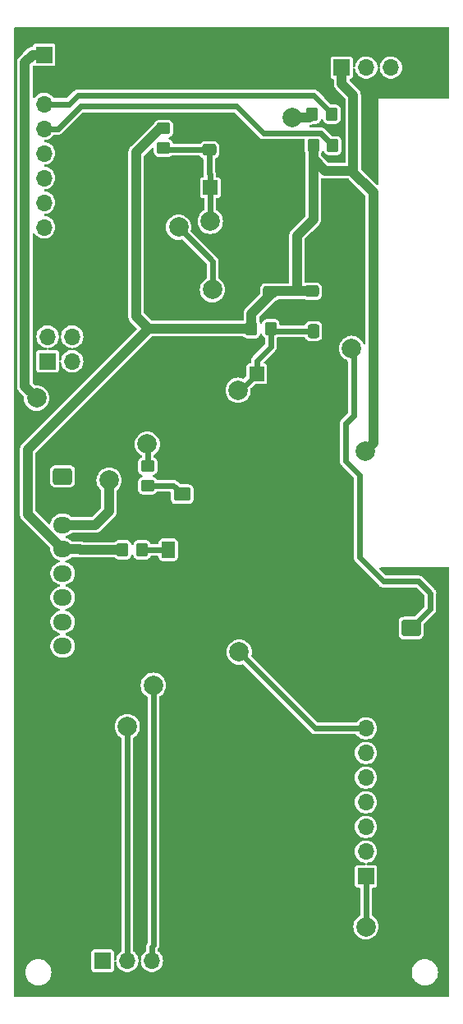
<source format=gbr>
%TF.GenerationSoftware,KiCad,Pcbnew,7.0.9*%
%TF.CreationDate,2023-11-15T19:03:46-05:00*%
%TF.ProjectId,SB2_ACOND_CONN,5342325f-4143-44f4-9e44-5f434f4e4e2e,rev?*%
%TF.SameCoordinates,Original*%
%TF.FileFunction,Copper,L1,Top*%
%TF.FilePolarity,Positive*%
%FSLAX46Y46*%
G04 Gerber Fmt 4.6, Leading zero omitted, Abs format (unit mm)*
G04 Created by KiCad (PCBNEW 7.0.9) date 2023-11-15 19:03:46*
%MOMM*%
%LPD*%
G01*
G04 APERTURE LIST*
G04 Aperture macros list*
%AMRoundRect*
0 Rectangle with rounded corners*
0 $1 Rounding radius*
0 $2 $3 $4 $5 $6 $7 $8 $9 X,Y pos of 4 corners*
0 Add a 4 corners polygon primitive as box body*
4,1,4,$2,$3,$4,$5,$6,$7,$8,$9,$2,$3,0*
0 Add four circle primitives for the rounded corners*
1,1,$1+$1,$2,$3*
1,1,$1+$1,$4,$5*
1,1,$1+$1,$6,$7*
1,1,$1+$1,$8,$9*
0 Add four rect primitives between the rounded corners*
20,1,$1+$1,$2,$3,$4,$5,0*
20,1,$1+$1,$4,$5,$6,$7,0*
20,1,$1+$1,$6,$7,$8,$9,0*
20,1,$1+$1,$8,$9,$2,$3,0*%
G04 Aperture macros list end*
%TA.AperFunction,ComponentPad*%
%ADD10RoundRect,0.250000X-0.725000X0.600000X-0.725000X-0.600000X0.725000X-0.600000X0.725000X0.600000X0*%
%TD*%
%TA.AperFunction,ComponentPad*%
%ADD11O,1.950000X1.700000*%
%TD*%
%TA.AperFunction,SMDPad,CuDef*%
%ADD12RoundRect,0.250000X0.350000X0.450000X-0.350000X0.450000X-0.350000X-0.450000X0.350000X-0.450000X0*%
%TD*%
%TA.AperFunction,ComponentPad*%
%ADD13R,1.700000X1.700000*%
%TD*%
%TA.AperFunction,ComponentPad*%
%ADD14O,1.700000X1.700000*%
%TD*%
%TA.AperFunction,SMDPad,CuDef*%
%ADD15R,1.500000X1.500000*%
%TD*%
%TA.AperFunction,SMDPad,CuDef*%
%ADD16RoundRect,0.250000X0.475000X-0.337500X0.475000X0.337500X-0.475000X0.337500X-0.475000X-0.337500X0*%
%TD*%
%TA.AperFunction,SMDPad,CuDef*%
%ADD17RoundRect,0.250000X-0.350000X-0.450000X0.350000X-0.450000X0.350000X0.450000X-0.350000X0.450000X0*%
%TD*%
%TA.AperFunction,SMDPad,CuDef*%
%ADD18RoundRect,0.250000X-0.337500X-0.475000X0.337500X-0.475000X0.337500X0.475000X-0.337500X0.475000X0*%
%TD*%
%TA.AperFunction,SMDPad,CuDef*%
%ADD19RoundRect,0.250001X-0.624999X0.462499X-0.624999X-0.462499X0.624999X-0.462499X0.624999X0.462499X0*%
%TD*%
%TA.AperFunction,SMDPad,CuDef*%
%ADD20RoundRect,0.250000X-0.450000X0.350000X-0.450000X-0.350000X0.450000X-0.350000X0.450000X0.350000X0*%
%TD*%
%TA.AperFunction,ComponentPad*%
%ADD21RoundRect,0.250000X0.750000X-0.600000X0.750000X0.600000X-0.750000X0.600000X-0.750000X-0.600000X0*%
%TD*%
%TA.AperFunction,ComponentPad*%
%ADD22O,2.000000X1.700000*%
%TD*%
%TA.AperFunction,SMDPad,CuDef*%
%ADD23RoundRect,0.250001X0.462499X0.624999X-0.462499X0.624999X-0.462499X-0.624999X0.462499X-0.624999X0*%
%TD*%
%TA.AperFunction,ViaPad*%
%ADD24C,2.000000*%
%TD*%
%TA.AperFunction,Conductor*%
%ADD25C,0.600000*%
%TD*%
%TA.AperFunction,Conductor*%
%ADD26C,1.000000*%
%TD*%
G04 APERTURE END LIST*
D10*
%TO.P,JH1,1*%
%TO.N,4.1V*%
X55070000Y-71340000D03*
D11*
%TO.P,JH1,2*%
%TO.N,GND*%
X55070000Y-73840000D03*
%TO.P,JH1,3*%
%TO.N,+3.3_2*%
X55070000Y-76340000D03*
%TO.P,JH1,4*%
%TO.N,+3.3V*%
X55070000Y-78840000D03*
%TO.P,JH1,5*%
%TO.N,+5V*%
X55070000Y-81340000D03*
%TO.P,JH1,6*%
%TO.N,/Acondicionamiento/CtrGPSAc*%
X55070000Y-83840000D03*
%TO.P,JH1,7*%
%TO.N,/Acondicionamiento/CtrSIM*%
X55070000Y-86340000D03*
%TO.P,JH1,8*%
%TO.N,/Acondicionamiento/CtrAl*%
X55070000Y-88840000D03*
%TD*%
D12*
%TO.P,R5,1*%
%TO.N,/Acondicionamiento/SCL*%
X82820000Y-34020000D03*
%TO.P,R5,2*%
%TO.N,+3.3V*%
X80820000Y-34020000D03*
%TD*%
D13*
%TO.P,J6,1,Pin_1*%
%TO.N,+3.3_2*%
X59200000Y-121240000D03*
D14*
%TO.P,J6,2,Pin_2*%
%TO.N,/Acondicionamiento/TX_GPS*%
X61740000Y-121240000D03*
%TO.P,J6,3,Pin_3*%
%TO.N,/Acondicionamiento/RX_GPS*%
X64280000Y-121240000D03*
%TO.P,J6,4,Pin_4*%
%TO.N,GND*%
X66820000Y-121240000D03*
%TD*%
D13*
%TO.P,J3,1,Pin_1*%
%TO.N,+3.3V*%
X83850000Y-29230000D03*
D14*
%TO.P,J3,2,Pin_2*%
%TO.N,/Acondicionamiento/RX_BOOT*%
X86390000Y-29230000D03*
%TO.P,J3,3,Pin_3*%
%TO.N,/Acondicionamiento/TX_BOOT*%
X88930000Y-29230000D03*
%TO.P,J3,4,Pin_4*%
%TO.N,GND*%
X91470000Y-29230000D03*
%TD*%
D12*
%TO.P,R10,1*%
%TO.N,/Acondicionamiento/SDA*%
X82930000Y-37290000D03*
%TO.P,R10,2*%
%TO.N,+3.3V*%
X80930000Y-37290000D03*
%TD*%
D15*
%TO.P,SW2,1,1*%
%TO.N,/Acondicionamiento/EN*%
X75100000Y-60770000D03*
%TO.P,SW2,2,2*%
%TO.N,GND*%
X82900000Y-60770000D03*
%TD*%
D16*
%TO.P,C2,1*%
%TO.N,+3.3V*%
X76462000Y-52342300D03*
%TO.P,C2,2*%
%TO.N,GND*%
X76462000Y-50267300D03*
%TD*%
D17*
%TO.P,R4,1*%
%TO.N,+3.3V*%
X74540000Y-56130000D03*
%TO.P,R4,2*%
%TO.N,/Acondicionamiento/EN*%
X76540000Y-56130000D03*
%TD*%
D13*
%TO.P,J2,1,Pin_1*%
%TO.N,/Acondicionamiento/MP1*%
X53520000Y-59480000D03*
D14*
%TO.P,J2,2,Pin_2*%
%TO.N,/Acondicionamiento/MP2*%
X53520000Y-56940000D03*
%TO.P,J2,3,Pin_3*%
%TO.N,/Acondicionamiento/MP4*%
X56060000Y-59480000D03*
%TO.P,J2,4,Pin_4*%
%TO.N,/Acondicionamiento/MP3*%
X56060000Y-56940000D03*
%TD*%
D17*
%TO.P,R1,1*%
%TO.N,+3.3V*%
X61260900Y-78910000D03*
%TO.P,R1,2*%
%TO.N,Net-(D1-A)*%
X63260900Y-78910000D03*
%TD*%
D18*
%TO.P,C4,1*%
%TO.N,/Acondicionamiento/EN*%
X80945000Y-56370000D03*
%TO.P,C4,2*%
%TO.N,GND*%
X83020000Y-56370000D03*
%TD*%
D19*
%TO.P,D2,1,K*%
%TO.N,GND*%
X67390000Y-70215000D03*
%TO.P,D2,2,A*%
%TO.N,Net-(D2-A)*%
X67390000Y-73190000D03*
%TD*%
D16*
%TO.P,C3,1*%
%TO.N,+3.3V*%
X80780000Y-52270000D03*
%TO.P,C3,2*%
%TO.N,GND*%
X80780000Y-50195000D03*
%TD*%
D20*
%TO.P,R2,1*%
%TO.N,+3.3V*%
X65480000Y-35510000D03*
%TO.P,R2,2*%
%TO.N,/Acondicionamiento/BOOT*%
X65480000Y-37510000D03*
%TD*%
D16*
%TO.P,C1,1*%
%TO.N,/Acondicionamiento/BOOT*%
X70190000Y-37707500D03*
%TO.P,C1,2*%
%TO.N,GND*%
X70190000Y-35632500D03*
%TD*%
D13*
%TO.P,J4,1,Pin_1*%
%TO.N,4.1V*%
X86350000Y-112550000D03*
D14*
%TO.P,J4,2,Pin_2*%
%TO.N,+5V*%
X86350000Y-110010000D03*
%TO.P,J4,3,Pin_3*%
%TO.N,+3.3_2*%
X86350000Y-107470000D03*
%TO.P,J4,4,Pin_4*%
%TO.N,/Acondicionamiento/RST_SIM*%
X86350000Y-104930000D03*
%TO.P,J4,5,Pin_5*%
%TO.N,/Acondicionamiento/TX_SIM*%
X86350000Y-102390000D03*
%TO.P,J4,6,Pin_6*%
%TO.N,/Acondicionamiento/RX_SIM*%
X86350000Y-99850000D03*
%TO.P,J4,7,Pin_7*%
%TO.N,/Acondicionamiento/GPIO_SIM*%
X86350000Y-97310000D03*
%TO.P,J4,8,Pin_8*%
%TO.N,GND*%
X86350000Y-94770000D03*
%TD*%
D21*
%TO.P,J1,1,Pin_1*%
%TO.N,/Acondicionamiento/CtrLuces*%
X91020000Y-86960000D03*
D22*
%TO.P,J1,2,Pin_2*%
%TO.N,GND*%
X91020000Y-84460000D03*
%TD*%
D15*
%TO.P,SW1,1,1*%
%TO.N,GND*%
X78100000Y-41590000D03*
%TO.P,SW1,2,2*%
%TO.N,/Acondicionamiento/BOOT*%
X70300000Y-41590000D03*
%TD*%
D20*
%TO.P,R3,1*%
%TO.N,/Acondicionamiento/TEST_LED*%
X63840000Y-70296200D03*
%TO.P,R3,2*%
%TO.N,Net-(D2-A)*%
X63840000Y-72296200D03*
%TD*%
D23*
%TO.P,D1,1,K*%
%TO.N,GND*%
X68930000Y-78910000D03*
%TO.P,D1,2,A*%
%TO.N,Net-(D1-A)*%
X65955000Y-78910000D03*
%TD*%
D13*
%TO.P,J5,1,Pin_1*%
%TO.N,+3.3_2*%
X53150000Y-27900000D03*
D14*
%TO.P,J5,2,Pin_2*%
%TO.N,GND*%
X53150000Y-30440000D03*
%TO.P,J5,3,Pin_3*%
%TO.N,/Acondicionamiento/SCL*%
X53150000Y-32980000D03*
%TO.P,J5,4,Pin_4*%
%TO.N,/Acondicionamiento/SDA*%
X53150000Y-35520000D03*
%TO.P,J5,5,Pin_5*%
%TO.N,unconnected-(J5-Pin_5-Pad5)*%
X53150000Y-38060000D03*
%TO.P,J5,6,Pin_6*%
%TO.N,unconnected-(J5-Pin_6-Pad6)*%
X53150000Y-40600000D03*
%TO.P,J5,7,Pin_7*%
%TO.N,unconnected-(J5-Pin_7-Pad7)*%
X53150000Y-43140000D03*
%TO.P,J5,8,Pin_8*%
%TO.N,unconnected-(J5-Pin_8-Pad8)*%
X53150000Y-45680000D03*
%TD*%
D24*
%TO.N,/Acondicionamiento/BOOT*%
X70300000Y-45068900D03*
%TO.N,GND*%
X84690000Y-53700000D03*
X58390000Y-41760000D03*
X77720000Y-103400000D03*
%TO.N,+3.3V*%
X78737800Y-34339700D03*
X86280000Y-68720000D03*
%TO.N,/Acondicionamiento/EN*%
X73170000Y-62470000D03*
%TO.N,/Acondicionamiento/CtrLuces*%
X84880500Y-58160000D03*
%TO.N,/Acondicionamiento/TEST_LED*%
X63800000Y-68030000D03*
%TO.N,/Acondicionamiento/SCL*%
X67029800Y-45665900D03*
X70520000Y-52110000D03*
%TO.N,/Acondicionamiento/GPIO_SIM*%
X73288100Y-89441900D03*
%TO.N,4.1V*%
X86350000Y-117740000D03*
%TO.N,+3.3_2*%
X52390000Y-63280000D03*
X59860000Y-71740000D03*
%TO.N,/Acondicionamiento/TX_GPS*%
X61740000Y-97115200D03*
%TO.N,/Acondicionamiento/RX_GPS*%
X64418900Y-92867100D03*
%TD*%
D25*
%TO.N,/Acondicionamiento/BOOT*%
X65677500Y-37707500D02*
X65480000Y-37510000D01*
X70190000Y-37707500D02*
X65677500Y-37707500D01*
X70300000Y-41590000D02*
X70300000Y-45068900D01*
X70300000Y-41590000D02*
X70300000Y-40238100D01*
X70300000Y-40238100D02*
X70190000Y-40128100D01*
X70190000Y-40128100D02*
X70190000Y-37707500D01*
D26*
%TO.N,+3.3V*%
X63926600Y-56130000D02*
X74540000Y-56130000D01*
X63926600Y-56130000D02*
X51470000Y-68586600D01*
X83850000Y-30881900D02*
X85030000Y-32061900D01*
X84873900Y-39850000D02*
X82170000Y-39850000D01*
X55070000Y-78840000D02*
X56846900Y-78840000D01*
X74540000Y-56130000D02*
X74540000Y-54595800D01*
X78737800Y-34339700D02*
X80500300Y-34339700D01*
X51470000Y-75240000D02*
X55070000Y-78840000D01*
X65480000Y-35510000D02*
X65113700Y-35510000D01*
X74540000Y-54595800D02*
X76462000Y-52673800D01*
X86280000Y-68720000D02*
X87130000Y-67870000D01*
X76462000Y-52673800D02*
X76462000Y-52342300D01*
X79228200Y-52270000D02*
X76534300Y-52270000D01*
X85030000Y-39693900D02*
X84873900Y-39850000D01*
X51470000Y-68586600D02*
X51470000Y-75240000D01*
X65113700Y-35510000D02*
X62660000Y-37963700D01*
X80930000Y-38610000D02*
X80930000Y-37290000D01*
X62660000Y-54863400D02*
X63926600Y-56130000D01*
X62660000Y-37963700D02*
X62660000Y-54863400D01*
X83850000Y-29230000D02*
X83850000Y-30881900D01*
X79228200Y-52270000D02*
X79228200Y-46537900D01*
X79228200Y-46537900D02*
X80930000Y-44836100D01*
X87130000Y-67870000D02*
X87130000Y-42106100D01*
X56846900Y-78840000D02*
X56916900Y-78910000D01*
X80930000Y-38610000D02*
X80930000Y-37290000D01*
X76534300Y-52270000D02*
X76462000Y-52342300D01*
X80500300Y-34339700D02*
X80820000Y-34020000D01*
X87130000Y-42106100D02*
X84873900Y-39850000D01*
X82170000Y-39850000D02*
X80930000Y-38610000D01*
X85030000Y-32061900D02*
X85030000Y-39693900D01*
X80780000Y-52270000D02*
X79228200Y-52270000D01*
X56916900Y-78910000D02*
X61260900Y-78910000D01*
X80930000Y-44836100D02*
X80930000Y-38610000D01*
D25*
%TO.N,/Acondicionamiento/EN*%
X80549500Y-56370000D02*
X76780000Y-56370000D01*
X76780000Y-56370000D02*
X76540000Y-56130000D01*
X80945000Y-56370000D02*
X80549500Y-56370000D01*
X75100000Y-59418100D02*
X76540000Y-57978100D01*
X76540000Y-57978100D02*
X76540000Y-56130000D01*
X80945000Y-56370000D02*
X80549500Y-56370000D01*
X73170000Y-62470000D02*
X73400000Y-62470000D01*
X73400000Y-62470000D02*
X75100000Y-60770000D01*
X75100000Y-60770000D02*
X75100000Y-59418100D01*
%TO.N,Net-(D1-A)*%
X65955000Y-78910000D02*
X63260900Y-78910000D01*
%TO.N,Net-(D2-A)*%
X67390000Y-73190000D02*
X66496200Y-72296200D01*
X66496200Y-72296200D02*
X63840000Y-72296200D01*
%TO.N,/Acondicionamiento/CtrLuces*%
X84280000Y-69780000D02*
X85690000Y-71190000D01*
X84880500Y-58160000D02*
X85080000Y-58359500D01*
X91800000Y-82170000D02*
X93010000Y-83380000D01*
X85690000Y-71190000D02*
X85690000Y-79697500D01*
X84280000Y-65880000D02*
X84280000Y-69780000D01*
X85690000Y-79697500D02*
X88162500Y-82170000D01*
X93010000Y-83380000D02*
X93010000Y-84970000D01*
X93010000Y-84970000D02*
X91020000Y-86960000D01*
X88162500Y-82170000D02*
X91800000Y-82170000D01*
X85080000Y-58359500D02*
X85080000Y-65080000D01*
X85080000Y-65080000D02*
X84280000Y-65880000D01*
%TO.N,/Acondicionamiento/TEST_LED*%
X63800000Y-68030000D02*
X63840000Y-68070000D01*
X63840000Y-68070000D02*
X63840000Y-70296200D01*
%TO.N,/Acondicionamiento/SDA*%
X56891900Y-33230000D02*
X54601900Y-35520000D01*
X81697200Y-35980900D02*
X75769100Y-35980900D01*
X82930000Y-37290000D02*
X82930000Y-37213700D01*
X75769100Y-35980900D02*
X73018200Y-33230000D01*
X82930000Y-37213700D02*
X81697200Y-35980900D01*
X73018200Y-33230000D02*
X56891900Y-33230000D01*
X54601900Y-35520000D02*
X53150000Y-35520000D01*
%TO.N,/Acondicionamiento/SCL*%
X70520000Y-52110000D02*
X70520000Y-49156100D01*
X55730000Y-32980000D02*
X56620000Y-32090000D01*
X82820000Y-33940500D02*
X82820000Y-34020000D01*
X80969500Y-32090000D02*
X82820000Y-33940500D01*
X70520000Y-49156100D02*
X67029800Y-45665900D01*
X56620000Y-32090000D02*
X80969500Y-32090000D01*
X53150000Y-32980000D02*
X55730000Y-32980000D01*
%TO.N,/Acondicionamiento/GPIO_SIM*%
X73288100Y-89441900D02*
X81156100Y-97310000D01*
X81156100Y-97310000D02*
X86350000Y-97310000D01*
%TO.N,4.1V*%
X86350000Y-112550000D02*
X86350000Y-117740000D01*
D26*
%TO.N,+3.3_2*%
X51970000Y-27900000D02*
X51170000Y-28700000D01*
X58450000Y-76340000D02*
X55070000Y-76340000D01*
X51170000Y-62060000D02*
X52390000Y-63280000D01*
X51170000Y-28700000D02*
X51170000Y-62060000D01*
X59860000Y-74930000D02*
X58450000Y-76340000D01*
X53150000Y-27900000D02*
X51970000Y-27900000D01*
X59860000Y-71740000D02*
X59860000Y-74930000D01*
D25*
%TO.N,/Acondicionamiento/TX_GPS*%
X61740000Y-97115200D02*
X61740000Y-121240000D01*
%TO.N,/Acondicionamiento/RX_GPS*%
X64418900Y-119649000D02*
X64418900Y-92867100D01*
X64280000Y-121240000D02*
X64280000Y-119788000D01*
X64280000Y-119788000D02*
X64418900Y-119649000D01*
%TD*%
%TA.AperFunction,Conductor*%
%TO.N,GND*%
G36*
X94893028Y-25059697D02*
G01*
X94938795Y-25112490D01*
X94950012Y-25164015D01*
X94950726Y-32305819D01*
X94931048Y-32372860D01*
X94878249Y-32418620D01*
X94826557Y-32429831D01*
X87657053Y-32420036D01*
X87630000Y-32420000D01*
X87629999Y-32420000D01*
X87631812Y-41176446D01*
X87612141Y-41243490D01*
X87559347Y-41289256D01*
X87490190Y-41299214D01*
X87426629Y-41270202D01*
X87420131Y-41264153D01*
X85866819Y-39710841D01*
X85833334Y-39649518D01*
X85830500Y-39623160D01*
X85830500Y-31971707D01*
X85830500Y-31971706D01*
X85821207Y-31930993D01*
X85820042Y-31924133D01*
X85815368Y-31882645D01*
X85815367Y-31882642D01*
X85801576Y-31843228D01*
X85799650Y-31836541D01*
X85790361Y-31795841D01*
X85772244Y-31758220D01*
X85769581Y-31751791D01*
X85755789Y-31712377D01*
X85741724Y-31689994D01*
X85733567Y-31677012D01*
X85730206Y-31670930D01*
X85725770Y-31661719D01*
X85712091Y-31633313D01*
X85712091Y-31633312D01*
X85712090Y-31633311D01*
X85686055Y-31600665D01*
X85682028Y-31594989D01*
X85659816Y-31559638D01*
X85532262Y-31432084D01*
X84689447Y-30589269D01*
X84655962Y-30527946D01*
X84660946Y-30458254D01*
X84702818Y-30402321D01*
X84762845Y-30378413D01*
X84769991Y-30377585D01*
X84872765Y-30332206D01*
X84952206Y-30252765D01*
X84997585Y-30149991D01*
X85000500Y-30124865D01*
X85000499Y-29386046D01*
X85020183Y-29319009D01*
X85072987Y-29273254D01*
X85142146Y-29263310D01*
X85205702Y-29292335D01*
X85243476Y-29351113D01*
X85247970Y-29374606D01*
X85254244Y-29442310D01*
X85312596Y-29647392D01*
X85312596Y-29647394D01*
X85407632Y-29838253D01*
X85407634Y-29838255D01*
X85536128Y-30008407D01*
X85693698Y-30152052D01*
X85874981Y-30264298D01*
X86073802Y-30341321D01*
X86283390Y-30380500D01*
X86283392Y-30380500D01*
X86496608Y-30380500D01*
X86496610Y-30380500D01*
X86706198Y-30341321D01*
X86905019Y-30264298D01*
X87086302Y-30152052D01*
X87243872Y-30008407D01*
X87372366Y-29838255D01*
X87467405Y-29647389D01*
X87525756Y-29442310D01*
X87536529Y-29326047D01*
X87562315Y-29261111D01*
X87604622Y-29230804D01*
X87713130Y-29230804D01*
X87749503Y-29251668D01*
X87781693Y-29313681D01*
X87783471Y-29326048D01*
X87794244Y-29442310D01*
X87852596Y-29647392D01*
X87852596Y-29647394D01*
X87947632Y-29838253D01*
X87947634Y-29838255D01*
X88076128Y-30008407D01*
X88233698Y-30152052D01*
X88414981Y-30264298D01*
X88613802Y-30341321D01*
X88823390Y-30380500D01*
X88823392Y-30380500D01*
X89036608Y-30380500D01*
X89036610Y-30380500D01*
X89246198Y-30341321D01*
X89445019Y-30264298D01*
X89626302Y-30152052D01*
X89783872Y-30008407D01*
X89912366Y-29838255D01*
X90007405Y-29647389D01*
X90065756Y-29442310D01*
X90085429Y-29230000D01*
X90065756Y-29017690D01*
X90007405Y-28812611D01*
X90007403Y-28812606D01*
X90007403Y-28812605D01*
X89912367Y-28621746D01*
X89783872Y-28451593D01*
X89764507Y-28433939D01*
X89626302Y-28307948D01*
X89445019Y-28195702D01*
X89445017Y-28195701D01*
X89345608Y-28157190D01*
X89246198Y-28118679D01*
X89036610Y-28079500D01*
X88823390Y-28079500D01*
X88613802Y-28118679D01*
X88613799Y-28118679D01*
X88613799Y-28118680D01*
X88414982Y-28195701D01*
X88414980Y-28195702D01*
X88233699Y-28307947D01*
X88076127Y-28451593D01*
X87947632Y-28621746D01*
X87852596Y-28812605D01*
X87852596Y-28812607D01*
X87794244Y-29017689D01*
X87783471Y-29133951D01*
X87757685Y-29198888D01*
X87713130Y-29230804D01*
X87604622Y-29230804D01*
X87606869Y-29229194D01*
X87570497Y-29208331D01*
X87538307Y-29146318D01*
X87536529Y-29133951D01*
X87533175Y-29097759D01*
X87525756Y-29017690D01*
X87467405Y-28812611D01*
X87467403Y-28812606D01*
X87467403Y-28812605D01*
X87372367Y-28621746D01*
X87243872Y-28451593D01*
X87224507Y-28433939D01*
X87086302Y-28307948D01*
X86905019Y-28195702D01*
X86905017Y-28195701D01*
X86805608Y-28157190D01*
X86706198Y-28118679D01*
X86496610Y-28079500D01*
X86283390Y-28079500D01*
X86073802Y-28118679D01*
X86073799Y-28118679D01*
X86073799Y-28118680D01*
X85874982Y-28195701D01*
X85874980Y-28195702D01*
X85693699Y-28307947D01*
X85536127Y-28451593D01*
X85407632Y-28621746D01*
X85312596Y-28812605D01*
X85312596Y-28812607D01*
X85254244Y-29017689D01*
X85247970Y-29085394D01*
X85222183Y-29150331D01*
X85165383Y-29191018D01*
X85095602Y-29194538D01*
X85034995Y-29159772D01*
X85002806Y-29097759D01*
X85000499Y-29073952D01*
X85000499Y-28335143D01*
X85000499Y-28335136D01*
X84997836Y-28312171D01*
X84997586Y-28310012D01*
X84997585Y-28310010D01*
X84997585Y-28310009D01*
X84952206Y-28207235D01*
X84872765Y-28127794D01*
X84852124Y-28118680D01*
X84769992Y-28082415D01*
X84744865Y-28079500D01*
X82955143Y-28079500D01*
X82955117Y-28079502D01*
X82930012Y-28082413D01*
X82930008Y-28082415D01*
X82827235Y-28127793D01*
X82747794Y-28207234D01*
X82702415Y-28310006D01*
X82702415Y-28310008D01*
X82699500Y-28335131D01*
X82699500Y-30124856D01*
X82699502Y-30124882D01*
X82702413Y-30149987D01*
X82702415Y-30149991D01*
X82747793Y-30252764D01*
X82747794Y-30252765D01*
X82827235Y-30332206D01*
X82847879Y-30341321D01*
X82930006Y-30377584D01*
X82930009Y-30377585D01*
X82939786Y-30378719D01*
X83004111Y-30405996D01*
X83043478Y-30463720D01*
X83049500Y-30501893D01*
X83049500Y-30972091D01*
X83049501Y-30972100D01*
X83058791Y-31012808D01*
X83059955Y-31019663D01*
X83064632Y-31061159D01*
X83078420Y-31100562D01*
X83080345Y-31107245D01*
X83089639Y-31147961D01*
X83107759Y-31185588D01*
X83110421Y-31192014D01*
X83124212Y-31231425D01*
X83146422Y-31266772D01*
X83149787Y-31272859D01*
X83167910Y-31310489D01*
X83193940Y-31343129D01*
X83197966Y-31348804D01*
X83220182Y-31384159D01*
X83220184Y-31384162D01*
X84193181Y-32357159D01*
X84226666Y-32418482D01*
X84229500Y-32444840D01*
X84229500Y-38925500D01*
X84209815Y-38992539D01*
X84157011Y-39038294D01*
X84105500Y-39049500D01*
X82552940Y-39049500D01*
X82485901Y-39029815D01*
X82465259Y-39013181D01*
X81766819Y-38314741D01*
X81733334Y-38253418D01*
X81730500Y-38227060D01*
X81730500Y-38098693D01*
X81750185Y-38031654D01*
X81755691Y-38023774D01*
X81764361Y-38012342D01*
X81814646Y-37884826D01*
X81857551Y-37829685D01*
X81923459Y-37806492D01*
X81991443Y-37822612D01*
X82039920Y-37872929D01*
X82045348Y-37884814D01*
X82080652Y-37974339D01*
X82095639Y-38012343D01*
X82187077Y-38132922D01*
X82307656Y-38224360D01*
X82307657Y-38224360D01*
X82307658Y-38224361D01*
X82448436Y-38279877D01*
X82536898Y-38290500D01*
X82536903Y-38290500D01*
X83323097Y-38290500D01*
X83323102Y-38290500D01*
X83411564Y-38279877D01*
X83552342Y-38224361D01*
X83672922Y-38132922D01*
X83764361Y-38012342D01*
X83819877Y-37871564D01*
X83830500Y-37783102D01*
X83830500Y-36796898D01*
X83819877Y-36708436D01*
X83764361Y-36567658D01*
X83764360Y-36567657D01*
X83764360Y-36567656D01*
X83672922Y-36447077D01*
X83552343Y-36355639D01*
X83411561Y-36300122D01*
X83365926Y-36294642D01*
X83323102Y-36289500D01*
X83323097Y-36289500D01*
X82906398Y-36289500D01*
X82839359Y-36269815D01*
X82818717Y-36253181D01*
X82152528Y-35586993D01*
X82147174Y-35580888D01*
X82125486Y-35552622D01*
X82125483Y-35552620D01*
X82125482Y-35552618D01*
X82000041Y-35456364D01*
X81853962Y-35395856D01*
X81853960Y-35395855D01*
X81736561Y-35380400D01*
X81697200Y-35375218D01*
X81661870Y-35379869D01*
X81653772Y-35380400D01*
X80638640Y-35380400D01*
X80571601Y-35360715D01*
X80525846Y-35307911D01*
X80515902Y-35238753D01*
X80544927Y-35175197D01*
X80603705Y-35137423D01*
X80611046Y-35135509D01*
X80631206Y-35130907D01*
X80638057Y-35129743D01*
X80679555Y-35125068D01*
X80718980Y-35111271D01*
X80725621Y-35109358D01*
X80766361Y-35100060D01*
X80803993Y-35081936D01*
X80810405Y-35079280D01*
X80849822Y-35065489D01*
X80885195Y-35043261D01*
X80891264Y-35039908D01*
X80906076Y-35032776D01*
X80959870Y-35020500D01*
X81213097Y-35020500D01*
X81213102Y-35020500D01*
X81301564Y-35009877D01*
X81442342Y-34954361D01*
X81562922Y-34862922D01*
X81654361Y-34742342D01*
X81704646Y-34614826D01*
X81747551Y-34559685D01*
X81813459Y-34536492D01*
X81881443Y-34552612D01*
X81929920Y-34602929D01*
X81935348Y-34614814D01*
X81959335Y-34675639D01*
X81985639Y-34742343D01*
X82077077Y-34862922D01*
X82197656Y-34954360D01*
X82197657Y-34954360D01*
X82197658Y-34954361D01*
X82338436Y-35009877D01*
X82426898Y-35020500D01*
X82426903Y-35020500D01*
X83213097Y-35020500D01*
X83213102Y-35020500D01*
X83301564Y-35009877D01*
X83442342Y-34954361D01*
X83562922Y-34862922D01*
X83654361Y-34742342D01*
X83709877Y-34601564D01*
X83720500Y-34513102D01*
X83720500Y-33526898D01*
X83709877Y-33438436D01*
X83654361Y-33297658D01*
X83654360Y-33297657D01*
X83654360Y-33297656D01*
X83562922Y-33177077D01*
X83442343Y-33085639D01*
X83346192Y-33047722D01*
X83301564Y-33030123D01*
X83301563Y-33030122D01*
X83301561Y-33030122D01*
X83255926Y-33024642D01*
X83213102Y-33019500D01*
X83213097Y-33019500D01*
X82799597Y-33019500D01*
X82732558Y-32999815D01*
X82711916Y-32983181D01*
X82071916Y-32343181D01*
X81424820Y-31696085D01*
X81419479Y-31689994D01*
X81397782Y-31661718D01*
X81272341Y-31565464D01*
X81126262Y-31504956D01*
X81126260Y-31504955D01*
X81008861Y-31489500D01*
X80969500Y-31484318D01*
X80934170Y-31488969D01*
X80926072Y-31489500D01*
X56663428Y-31489500D01*
X56655329Y-31488969D01*
X56620000Y-31484318D01*
X56580639Y-31489500D01*
X56463239Y-31504955D01*
X56463237Y-31504956D01*
X56317157Y-31565464D01*
X56191719Y-31661716D01*
X56170019Y-31689994D01*
X56164668Y-31696096D01*
X55517584Y-32343181D01*
X55456261Y-32376666D01*
X55429903Y-32379500D01*
X54199967Y-32379500D01*
X54132928Y-32359815D01*
X54101013Y-32330227D01*
X54003872Y-32201593D01*
X53846302Y-32057948D01*
X53665019Y-31945702D01*
X53665017Y-31945701D01*
X53565608Y-31907190D01*
X53466198Y-31868679D01*
X53256610Y-31829500D01*
X53043390Y-31829500D01*
X52833802Y-31868679D01*
X52833799Y-31868679D01*
X52833799Y-31868680D01*
X52634982Y-31945701D01*
X52634980Y-31945702D01*
X52453699Y-32057947D01*
X52296127Y-32201593D01*
X52193454Y-32337554D01*
X52137345Y-32379190D01*
X52067633Y-32383881D01*
X52006451Y-32350139D01*
X51973224Y-32288675D01*
X51970500Y-32262827D01*
X51970500Y-29123301D01*
X51990185Y-29056262D01*
X52042989Y-29010507D01*
X52112147Y-29000563D01*
X52144582Y-29009865D01*
X52230009Y-29047585D01*
X52255135Y-29050500D01*
X54044864Y-29050499D01*
X54044879Y-29050497D01*
X54044882Y-29050497D01*
X54069987Y-29047586D01*
X54069988Y-29047585D01*
X54069991Y-29047585D01*
X54172765Y-29002206D01*
X54252206Y-28922765D01*
X54297585Y-28819991D01*
X54300500Y-28794865D01*
X54300499Y-27005136D01*
X54298720Y-26989792D01*
X54297586Y-26980012D01*
X54297585Y-26980010D01*
X54297585Y-26980009D01*
X54252206Y-26877235D01*
X54172765Y-26797794D01*
X54172763Y-26797793D01*
X54069992Y-26752415D01*
X54044865Y-26749500D01*
X52255143Y-26749500D01*
X52255117Y-26749502D01*
X52230012Y-26752413D01*
X52230008Y-26752415D01*
X52127235Y-26797793D01*
X52047794Y-26877234D01*
X52002415Y-26980006D01*
X52002415Y-26980008D01*
X52001280Y-26989792D01*
X51973999Y-27054116D01*
X51916273Y-27093480D01*
X51886660Y-27098150D01*
X51886725Y-27098720D01*
X51879812Y-27099498D01*
X51839089Y-27108791D01*
X51832235Y-27109955D01*
X51790744Y-27114632D01*
X51751341Y-27128419D01*
X51744659Y-27130344D01*
X51703939Y-27139640D01*
X51666306Y-27157761D01*
X51659880Y-27160423D01*
X51620475Y-27174212D01*
X51585123Y-27196424D01*
X51579037Y-27199787D01*
X51541413Y-27217907D01*
X51541408Y-27217911D01*
X51508762Y-27243944D01*
X51503090Y-27247969D01*
X51467738Y-27270183D01*
X51467735Y-27270185D01*
X51446411Y-27291511D01*
X51435748Y-27302174D01*
X50987967Y-27749954D01*
X50540186Y-28197735D01*
X50540183Y-28197739D01*
X50517966Y-28233096D01*
X50513941Y-28238769D01*
X50487910Y-28271410D01*
X50469791Y-28309033D01*
X50466427Y-28315120D01*
X50444212Y-28350476D01*
X50444208Y-28350483D01*
X50430416Y-28389895D01*
X50427755Y-28396320D01*
X50409639Y-28433939D01*
X50400344Y-28474659D01*
X50398419Y-28481341D01*
X50384632Y-28520744D01*
X50379955Y-28562235D01*
X50378791Y-28569089D01*
X50369500Y-28609806D01*
X50369500Y-62150191D01*
X50369501Y-62150200D01*
X50378791Y-62190908D01*
X50379955Y-62197763D01*
X50384632Y-62239259D01*
X50398420Y-62278662D01*
X50400345Y-62285345D01*
X50409639Y-62326061D01*
X50427759Y-62363688D01*
X50430421Y-62370114D01*
X50444212Y-62409525D01*
X50466422Y-62444872D01*
X50469787Y-62450959D01*
X50487910Y-62488589D01*
X50513940Y-62521229D01*
X50517966Y-62526904D01*
X50540182Y-62562259D01*
X50540184Y-62562262D01*
X51057594Y-63079672D01*
X51091079Y-63140995D01*
X51093441Y-63178160D01*
X51084532Y-63279997D01*
X51084532Y-63280001D01*
X51104364Y-63506686D01*
X51104366Y-63506697D01*
X51163258Y-63726488D01*
X51163261Y-63726497D01*
X51259431Y-63932732D01*
X51259432Y-63932734D01*
X51389954Y-64119141D01*
X51550858Y-64280045D01*
X51550861Y-64280047D01*
X51737266Y-64410568D01*
X51943504Y-64506739D01*
X52163308Y-64565635D01*
X52325230Y-64579801D01*
X52389998Y-64585468D01*
X52390000Y-64585468D01*
X52390002Y-64585468D01*
X52446673Y-64580509D01*
X52616692Y-64565635D01*
X52836496Y-64506739D01*
X53042734Y-64410568D01*
X53229139Y-64280047D01*
X53390047Y-64119139D01*
X53520568Y-63932734D01*
X53616739Y-63726496D01*
X53675635Y-63506692D01*
X53695468Y-63280000D01*
X53675635Y-63053308D01*
X53616739Y-62833504D01*
X53520568Y-62627266D01*
X53390047Y-62440861D01*
X53390045Y-62440858D01*
X53229141Y-62279954D01*
X53042734Y-62149432D01*
X53042732Y-62149431D01*
X52836497Y-62053261D01*
X52836488Y-62053258D01*
X52616697Y-61994366D01*
X52616693Y-61994365D01*
X52616692Y-61994365D01*
X52616691Y-61994364D01*
X52616686Y-61994364D01*
X52390002Y-61974532D01*
X52389998Y-61974532D01*
X52288160Y-61983441D01*
X52219660Y-61969674D01*
X52189672Y-61947594D01*
X52006819Y-61764741D01*
X51973334Y-61703418D01*
X51970500Y-61677060D01*
X51970500Y-56940000D01*
X52364571Y-56940000D01*
X52384244Y-57152310D01*
X52442596Y-57357392D01*
X52442596Y-57357394D01*
X52537632Y-57548253D01*
X52666127Y-57718406D01*
X52666128Y-57718407D01*
X52823698Y-57862052D01*
X53004981Y-57974298D01*
X53203802Y-58051321D01*
X53376544Y-58083612D01*
X53438823Y-58115279D01*
X53474096Y-58175591D01*
X53471162Y-58245400D01*
X53430953Y-58302540D01*
X53366235Y-58328871D01*
X53353757Y-58329500D01*
X52625143Y-58329500D01*
X52625117Y-58329502D01*
X52600012Y-58332413D01*
X52600008Y-58332415D01*
X52497235Y-58377793D01*
X52417794Y-58457234D01*
X52372415Y-58560006D01*
X52372415Y-58560008D01*
X52369500Y-58585131D01*
X52369500Y-60374856D01*
X52369502Y-60374882D01*
X52372413Y-60399987D01*
X52372415Y-60399991D01*
X52417793Y-60502764D01*
X52417794Y-60502765D01*
X52497235Y-60582206D01*
X52600009Y-60627585D01*
X52625135Y-60630500D01*
X54414864Y-60630499D01*
X54414879Y-60630497D01*
X54414882Y-60630497D01*
X54439987Y-60627586D01*
X54439988Y-60627585D01*
X54439991Y-60627585D01*
X54542765Y-60582206D01*
X54622206Y-60502765D01*
X54667585Y-60399991D01*
X54670500Y-60374865D01*
X54670499Y-59636046D01*
X54690183Y-59569009D01*
X54742987Y-59523254D01*
X54812146Y-59513310D01*
X54875702Y-59542335D01*
X54913476Y-59601113D01*
X54917970Y-59624606D01*
X54919236Y-59638265D01*
X54924244Y-59692310D01*
X54968324Y-59847234D01*
X54982596Y-59897392D01*
X54982596Y-59897394D01*
X55077632Y-60088253D01*
X55077634Y-60088255D01*
X55206128Y-60258407D01*
X55363698Y-60402052D01*
X55544981Y-60514298D01*
X55743802Y-60591321D01*
X55953390Y-60630500D01*
X55953392Y-60630500D01*
X56166608Y-60630500D01*
X56166610Y-60630500D01*
X56376198Y-60591321D01*
X56575019Y-60514298D01*
X56756302Y-60402052D01*
X56913872Y-60258407D01*
X57042366Y-60088255D01*
X57098692Y-59975136D01*
X57137403Y-59897394D01*
X57137403Y-59897393D01*
X57137405Y-59897389D01*
X57195756Y-59692310D01*
X57215429Y-59480000D01*
X57195756Y-59267690D01*
X57137405Y-59062611D01*
X57137403Y-59062606D01*
X57137403Y-59062605D01*
X57042367Y-58871746D01*
X56913872Y-58701593D01*
X56844736Y-58638567D01*
X56756302Y-58557948D01*
X56575019Y-58445702D01*
X56575017Y-58445701D01*
X56475608Y-58407190D01*
X56376198Y-58368679D01*
X56179385Y-58331888D01*
X56117106Y-58300221D01*
X56081833Y-58239908D01*
X56084767Y-58170100D01*
X56124976Y-58112960D01*
X56179384Y-58088111D01*
X56376198Y-58051321D01*
X56575019Y-57974298D01*
X56756302Y-57862052D01*
X56913872Y-57718407D01*
X57042366Y-57548255D01*
X57062776Y-57507265D01*
X57137403Y-57357394D01*
X57137403Y-57357393D01*
X57137405Y-57357389D01*
X57195756Y-57152310D01*
X57215429Y-56940000D01*
X57195756Y-56727690D01*
X57137405Y-56522611D01*
X57137403Y-56522606D01*
X57137403Y-56522605D01*
X57042367Y-56331746D01*
X56913872Y-56161593D01*
X56783034Y-56042318D01*
X56756302Y-56017948D01*
X56575019Y-55905702D01*
X56575017Y-55905701D01*
X56475608Y-55867190D01*
X56376198Y-55828679D01*
X56166610Y-55789500D01*
X55953390Y-55789500D01*
X55743802Y-55828679D01*
X55743799Y-55828679D01*
X55743799Y-55828680D01*
X55544982Y-55905701D01*
X55544980Y-55905702D01*
X55363699Y-56017947D01*
X55206127Y-56161593D01*
X55077632Y-56331746D01*
X54982596Y-56522605D01*
X54982596Y-56522607D01*
X54924244Y-56727689D01*
X54913471Y-56843951D01*
X54887685Y-56908888D01*
X54843130Y-56940804D01*
X54879503Y-56961668D01*
X54911693Y-57023681D01*
X54913470Y-57036047D01*
X54916893Y-57072974D01*
X54924244Y-57152310D01*
X54982596Y-57357392D01*
X54982596Y-57357394D01*
X55077632Y-57548253D01*
X55206127Y-57718406D01*
X55206128Y-57718407D01*
X55363698Y-57862052D01*
X55544981Y-57974298D01*
X55743802Y-58051321D01*
X55940613Y-58088111D01*
X56002893Y-58119779D01*
X56038166Y-58180092D01*
X56035232Y-58249900D01*
X55995023Y-58307040D01*
X55940613Y-58331888D01*
X55743802Y-58368679D01*
X55743799Y-58368679D01*
X55743799Y-58368680D01*
X55544982Y-58445701D01*
X55544980Y-58445702D01*
X55363699Y-58557947D01*
X55206127Y-58701593D01*
X55077632Y-58871746D01*
X54982596Y-59062605D01*
X54982596Y-59062607D01*
X54924244Y-59267689D01*
X54917970Y-59335394D01*
X54892183Y-59400331D01*
X54835383Y-59441018D01*
X54765602Y-59444538D01*
X54704995Y-59409772D01*
X54672806Y-59347759D01*
X54670499Y-59323952D01*
X54670499Y-58585143D01*
X54670499Y-58585136D01*
X54670497Y-58585117D01*
X54667586Y-58560012D01*
X54667585Y-58560010D01*
X54667585Y-58560009D01*
X54622206Y-58457235D01*
X54542765Y-58377794D01*
X54522124Y-58368680D01*
X54439992Y-58332415D01*
X54414868Y-58329500D01*
X53686243Y-58329500D01*
X53619204Y-58309815D01*
X53573449Y-58257011D01*
X53563505Y-58187853D01*
X53592530Y-58124297D01*
X53651308Y-58086523D01*
X53663441Y-58083614D01*
X53836198Y-58051321D01*
X54035019Y-57974298D01*
X54216302Y-57862052D01*
X54373872Y-57718407D01*
X54502366Y-57548255D01*
X54522776Y-57507265D01*
X54597403Y-57357394D01*
X54597403Y-57357393D01*
X54597405Y-57357389D01*
X54655756Y-57152310D01*
X54666529Y-57036047D01*
X54692315Y-56971111D01*
X54736869Y-56939194D01*
X54700497Y-56918331D01*
X54668307Y-56856318D01*
X54666529Y-56843951D01*
X54665849Y-56836613D01*
X54655756Y-56727690D01*
X54597405Y-56522611D01*
X54597403Y-56522606D01*
X54597403Y-56522605D01*
X54502367Y-56331746D01*
X54373872Y-56161593D01*
X54243034Y-56042318D01*
X54216302Y-56017948D01*
X54035019Y-55905702D01*
X54035017Y-55905701D01*
X53935608Y-55867190D01*
X53836198Y-55828679D01*
X53626610Y-55789500D01*
X53413390Y-55789500D01*
X53203802Y-55828679D01*
X53203799Y-55828679D01*
X53203799Y-55828680D01*
X53004982Y-55905701D01*
X53004980Y-55905702D01*
X52823699Y-56017947D01*
X52666127Y-56161593D01*
X52537632Y-56331746D01*
X52442596Y-56522605D01*
X52442596Y-56522607D01*
X52384244Y-56727689D01*
X52364571Y-56939999D01*
X52364571Y-56940000D01*
X51970500Y-56940000D01*
X51970500Y-46397172D01*
X51990185Y-46330133D01*
X52042989Y-46284378D01*
X52112147Y-46274434D01*
X52175703Y-46303459D01*
X52193450Y-46322441D01*
X52296128Y-46458407D01*
X52453698Y-46602052D01*
X52634981Y-46714298D01*
X52833802Y-46791321D01*
X53043390Y-46830500D01*
X53043392Y-46830500D01*
X53256608Y-46830500D01*
X53256610Y-46830500D01*
X53466198Y-46791321D01*
X53665019Y-46714298D01*
X53846302Y-46602052D01*
X54003872Y-46458407D01*
X54132366Y-46288255D01*
X54132367Y-46288253D01*
X54227403Y-46097394D01*
X54227403Y-46097393D01*
X54227405Y-46097389D01*
X54285756Y-45892310D01*
X54305429Y-45680000D01*
X54285756Y-45467690D01*
X54227405Y-45262611D01*
X54227403Y-45262606D01*
X54227403Y-45262605D01*
X54132367Y-45071746D01*
X54003872Y-44901593D01*
X53846302Y-44757948D01*
X53665019Y-44645702D01*
X53665017Y-44645701D01*
X53565608Y-44607190D01*
X53466198Y-44568679D01*
X53269385Y-44531888D01*
X53207106Y-44500221D01*
X53171833Y-44439908D01*
X53174767Y-44370100D01*
X53214976Y-44312960D01*
X53269384Y-44288111D01*
X53466198Y-44251321D01*
X53665019Y-44174298D01*
X53846302Y-44062052D01*
X54003872Y-43918407D01*
X54132366Y-43748255D01*
X54132367Y-43748253D01*
X54227403Y-43557394D01*
X54227403Y-43557393D01*
X54227405Y-43557389D01*
X54285756Y-43352310D01*
X54305429Y-43140000D01*
X54285756Y-42927690D01*
X54227405Y-42722611D01*
X54227403Y-42722606D01*
X54227403Y-42722605D01*
X54132367Y-42531746D01*
X54003872Y-42361593D01*
X53846302Y-42217948D01*
X53665019Y-42105702D01*
X53665017Y-42105701D01*
X53565608Y-42067190D01*
X53466198Y-42028679D01*
X53269385Y-41991888D01*
X53207106Y-41960221D01*
X53171833Y-41899908D01*
X53174767Y-41830100D01*
X53214976Y-41772960D01*
X53269384Y-41748111D01*
X53466198Y-41711321D01*
X53665019Y-41634298D01*
X53846302Y-41522052D01*
X54003872Y-41378407D01*
X54132366Y-41208255D01*
X54132367Y-41208253D01*
X54227403Y-41017394D01*
X54227403Y-41017393D01*
X54227405Y-41017389D01*
X54285756Y-40812310D01*
X54305429Y-40600000D01*
X54285756Y-40387690D01*
X54227405Y-40182611D01*
X54227403Y-40182606D01*
X54227403Y-40182605D01*
X54132367Y-39991746D01*
X54003872Y-39821593D01*
X53846302Y-39677948D01*
X53665019Y-39565702D01*
X53665017Y-39565701D01*
X53565608Y-39527190D01*
X53466198Y-39488679D01*
X53269385Y-39451888D01*
X53207106Y-39420221D01*
X53171833Y-39359908D01*
X53174767Y-39290100D01*
X53214976Y-39232960D01*
X53269384Y-39208111D01*
X53466198Y-39171321D01*
X53665019Y-39094298D01*
X53846302Y-38982052D01*
X54003872Y-38838407D01*
X54132366Y-38668255D01*
X54133927Y-38665120D01*
X54227403Y-38477394D01*
X54227403Y-38477393D01*
X54227405Y-38477389D01*
X54285756Y-38272310D01*
X54305429Y-38060000D01*
X54305150Y-38056994D01*
X54301013Y-38012341D01*
X54285756Y-37847690D01*
X54227405Y-37642611D01*
X54227403Y-37642606D01*
X54227403Y-37642605D01*
X54132367Y-37451746D01*
X54003872Y-37281593D01*
X53998042Y-37276278D01*
X53846302Y-37137948D01*
X53665019Y-37025702D01*
X53665017Y-37025701D01*
X53504288Y-36963435D01*
X53466198Y-36948679D01*
X53269385Y-36911888D01*
X53207106Y-36880221D01*
X53171833Y-36819908D01*
X53174767Y-36750100D01*
X53214976Y-36692960D01*
X53269384Y-36668111D01*
X53466198Y-36631321D01*
X53665019Y-36554298D01*
X53846302Y-36442052D01*
X54003872Y-36298407D01*
X54101013Y-36169773D01*
X54157122Y-36128137D01*
X54199967Y-36120500D01*
X54558472Y-36120500D01*
X54566570Y-36121030D01*
X54601900Y-36125682D01*
X54601901Y-36125682D01*
X54687337Y-36114434D01*
X54758662Y-36105044D01*
X54904741Y-36044536D01*
X54946801Y-36012262D01*
X55030182Y-35948282D01*
X55051884Y-35919998D01*
X55057210Y-35913923D01*
X57104316Y-33866819D01*
X57165639Y-33833334D01*
X57191997Y-33830500D01*
X72718103Y-33830500D01*
X72785142Y-33850185D01*
X72805784Y-33866819D01*
X75313769Y-36374804D01*
X75319120Y-36380905D01*
X75340818Y-36409182D01*
X75438890Y-36484435D01*
X75466259Y-36505436D01*
X75466262Y-36505437D01*
X75466263Y-36505438D01*
X75539298Y-36535690D01*
X75612338Y-36565944D01*
X75690719Y-36576263D01*
X75769099Y-36586582D01*
X75769100Y-36586582D01*
X75804429Y-36581930D01*
X75812528Y-36581400D01*
X79915596Y-36581400D01*
X79982635Y-36601085D01*
X80028390Y-36653889D01*
X80038712Y-36720183D01*
X80029500Y-36796898D01*
X80029500Y-37783102D01*
X80032309Y-37806492D01*
X80040122Y-37871561D01*
X80040122Y-37871563D01*
X80040123Y-37871564D01*
X80095639Y-38012342D01*
X80104302Y-38023766D01*
X80129127Y-38089076D01*
X80129500Y-38098693D01*
X80129500Y-44453160D01*
X80109815Y-44520199D01*
X80093181Y-44540841D01*
X78598386Y-46035635D01*
X78598383Y-46035639D01*
X78576166Y-46070996D01*
X78572141Y-46076669D01*
X78546110Y-46109310D01*
X78527991Y-46146933D01*
X78524627Y-46153020D01*
X78502412Y-46188376D01*
X78502408Y-46188383D01*
X78488616Y-46227795D01*
X78485955Y-46234220D01*
X78467839Y-46271839D01*
X78458544Y-46312559D01*
X78456619Y-46319241D01*
X78442832Y-46358644D01*
X78438155Y-46400135D01*
X78436991Y-46406989D01*
X78427700Y-46447706D01*
X78427700Y-51345500D01*
X78408015Y-51412539D01*
X78355211Y-51458294D01*
X78303700Y-51469500D01*
X77102102Y-51469500D01*
X77071715Y-51465719D01*
X77068567Y-51464923D01*
X77035390Y-51460939D01*
X76980102Y-51454300D01*
X75943898Y-51454300D01*
X75904853Y-51458988D01*
X75855438Y-51464922D01*
X75714656Y-51520439D01*
X75594077Y-51611877D01*
X75502639Y-51732456D01*
X75447122Y-51873238D01*
X75441188Y-51922653D01*
X75436500Y-51961698D01*
X75436500Y-51961703D01*
X75436500Y-52515860D01*
X75416815Y-52582899D01*
X75400181Y-52603541D01*
X73910186Y-54093535D01*
X73910183Y-54093539D01*
X73887966Y-54128896D01*
X73883941Y-54134569D01*
X73857910Y-54167210D01*
X73839791Y-54204833D01*
X73836427Y-54210920D01*
X73814212Y-54246276D01*
X73814208Y-54246283D01*
X73800416Y-54285695D01*
X73797755Y-54292120D01*
X73779639Y-54329739D01*
X73770344Y-54370459D01*
X73768419Y-54377141D01*
X73754632Y-54416544D01*
X73749955Y-54458035D01*
X73748791Y-54464889D01*
X73739500Y-54505606D01*
X73739500Y-55205500D01*
X73719815Y-55272539D01*
X73667011Y-55318294D01*
X73615500Y-55329500D01*
X64309540Y-55329500D01*
X64242501Y-55309815D01*
X64221859Y-55293181D01*
X63496819Y-54568141D01*
X63463334Y-54506818D01*
X63460500Y-54480460D01*
X63460500Y-45665901D01*
X65724332Y-45665901D01*
X65744164Y-45892586D01*
X65744166Y-45892597D01*
X65803058Y-46112388D01*
X65803061Y-46112397D01*
X65899231Y-46318632D01*
X65899232Y-46318634D01*
X66029754Y-46505041D01*
X66190658Y-46665945D01*
X66190661Y-46665947D01*
X66377066Y-46796468D01*
X66583304Y-46892639D01*
X66803108Y-46951535D01*
X66965030Y-46965701D01*
X67029798Y-46971368D01*
X67029800Y-46971368D01*
X67029802Y-46971368D01*
X67086473Y-46966409D01*
X67256492Y-46951535D01*
X67352732Y-46925747D01*
X67422581Y-46927410D01*
X67472506Y-46957841D01*
X69883181Y-49368516D01*
X69916666Y-49429839D01*
X69919500Y-49456197D01*
X69919500Y-50878306D01*
X69899815Y-50945345D01*
X69866623Y-50979881D01*
X69680859Y-51109953D01*
X69519954Y-51270858D01*
X69389432Y-51457265D01*
X69389431Y-51457267D01*
X69293261Y-51663502D01*
X69293258Y-51663511D01*
X69234366Y-51883302D01*
X69234364Y-51883313D01*
X69214532Y-52109998D01*
X69214532Y-52110001D01*
X69234364Y-52336686D01*
X69234366Y-52336697D01*
X69293258Y-52556488D01*
X69293261Y-52556497D01*
X69389431Y-52762732D01*
X69389432Y-52762734D01*
X69519954Y-52949141D01*
X69680858Y-53110045D01*
X69680861Y-53110047D01*
X69867266Y-53240568D01*
X70073504Y-53336739D01*
X70293308Y-53395635D01*
X70455230Y-53409801D01*
X70519998Y-53415468D01*
X70520000Y-53415468D01*
X70520002Y-53415468D01*
X70576673Y-53410509D01*
X70746692Y-53395635D01*
X70966496Y-53336739D01*
X71172734Y-53240568D01*
X71359139Y-53110047D01*
X71520047Y-52949139D01*
X71650568Y-52762734D01*
X71746739Y-52556496D01*
X71805635Y-52336692D01*
X71825468Y-52110000D01*
X71805635Y-51883308D01*
X71746739Y-51663504D01*
X71650568Y-51457266D01*
X71520047Y-51270861D01*
X71520045Y-51270858D01*
X71359140Y-51109953D01*
X71173377Y-50979881D01*
X71129752Y-50925304D01*
X71120500Y-50878306D01*
X71120500Y-49199528D01*
X71121031Y-49191426D01*
X71125682Y-49156099D01*
X71125682Y-49156098D01*
X71105044Y-48999339D01*
X71105042Y-48999334D01*
X71044538Y-48853263D01*
X71044538Y-48853262D01*
X71044536Y-48853259D01*
X70972450Y-48759315D01*
X70960366Y-48743566D01*
X70948283Y-48727818D01*
X70920009Y-48706123D01*
X70913912Y-48700777D01*
X68321741Y-46108606D01*
X68288256Y-46047283D01*
X68289647Y-45988831D01*
X68315435Y-45892592D01*
X68334034Y-45680000D01*
X68335268Y-45665901D01*
X68335268Y-45665898D01*
X68329601Y-45601130D01*
X68315435Y-45439208D01*
X68258591Y-45227061D01*
X68256541Y-45219411D01*
X68256538Y-45219402D01*
X68240786Y-45185622D01*
X68160368Y-45013166D01*
X68029847Y-44826761D01*
X68029845Y-44826758D01*
X67868941Y-44665854D01*
X67682534Y-44535332D01*
X67682532Y-44535331D01*
X67476297Y-44439161D01*
X67476288Y-44439158D01*
X67256497Y-44380266D01*
X67256493Y-44380265D01*
X67256492Y-44380265D01*
X67256491Y-44380264D01*
X67256486Y-44380264D01*
X67029802Y-44360432D01*
X67029798Y-44360432D01*
X66803113Y-44380264D01*
X66803102Y-44380266D01*
X66583311Y-44439158D01*
X66583302Y-44439161D01*
X66377067Y-44535331D01*
X66377065Y-44535332D01*
X66190658Y-44665854D01*
X66029754Y-44826758D01*
X65899232Y-45013165D01*
X65899231Y-45013167D01*
X65803061Y-45219402D01*
X65803058Y-45219411D01*
X65744166Y-45439202D01*
X65744164Y-45439213D01*
X65724332Y-45665898D01*
X65724332Y-45665901D01*
X63460500Y-45665901D01*
X63460500Y-38346640D01*
X63480185Y-38279601D01*
X63496819Y-38258959D01*
X64267819Y-37487959D01*
X64329142Y-37454474D01*
X64398834Y-37459458D01*
X64454767Y-37501330D01*
X64479184Y-37566794D01*
X64479500Y-37575640D01*
X64479500Y-37903102D01*
X64481379Y-37918746D01*
X64490122Y-37991561D01*
X64490122Y-37991563D01*
X64490123Y-37991564D01*
X64498317Y-38012342D01*
X64545639Y-38132343D01*
X64637077Y-38252922D01*
X64757656Y-38344360D01*
X64757657Y-38344360D01*
X64757658Y-38344361D01*
X64898436Y-38399877D01*
X64986898Y-38410500D01*
X64986903Y-38410500D01*
X65973097Y-38410500D01*
X65973102Y-38410500D01*
X66061564Y-38399877D01*
X66202342Y-38344361D01*
X66217064Y-38333196D01*
X66282375Y-38308373D01*
X66291990Y-38308000D01*
X69161965Y-38308000D01*
X69229004Y-38327685D01*
X69260768Y-38357073D01*
X69293227Y-38399877D01*
X69322079Y-38437923D01*
X69442657Y-38529361D01*
X69475551Y-38542332D01*
X69510990Y-38556307D01*
X69566134Y-38599213D01*
X69589327Y-38665120D01*
X69589500Y-38671662D01*
X69589500Y-40084671D01*
X69588969Y-40092773D01*
X69584318Y-40128099D01*
X69584318Y-40128100D01*
X69593618Y-40198738D01*
X69604955Y-40284860D01*
X69604957Y-40284865D01*
X69639412Y-40368048D01*
X69646881Y-40437517D01*
X69615605Y-40499996D01*
X69555516Y-40535648D01*
X69524856Y-40539500D01*
X69505145Y-40539500D01*
X69505118Y-40539502D01*
X69480011Y-40542414D01*
X69480008Y-40542415D01*
X69377235Y-40587793D01*
X69297794Y-40667234D01*
X69252415Y-40770006D01*
X69252415Y-40770008D01*
X69249500Y-40795131D01*
X69249500Y-42384856D01*
X69249502Y-42384882D01*
X69252413Y-42409987D01*
X69252415Y-42409991D01*
X69297793Y-42512764D01*
X69297794Y-42512765D01*
X69377235Y-42592206D01*
X69480009Y-42637585D01*
X69505135Y-42640500D01*
X69575500Y-42640499D01*
X69642538Y-42660183D01*
X69688294Y-42712986D01*
X69699500Y-42764499D01*
X69699500Y-43837206D01*
X69679815Y-43904245D01*
X69646623Y-43938781D01*
X69460859Y-44068853D01*
X69299954Y-44229758D01*
X69169432Y-44416165D01*
X69169431Y-44416167D01*
X69073261Y-44622402D01*
X69073258Y-44622411D01*
X69014366Y-44842202D01*
X69014364Y-44842213D01*
X68994532Y-45068898D01*
X68994532Y-45068901D01*
X69014364Y-45295586D01*
X69014366Y-45295597D01*
X69073258Y-45515388D01*
X69073261Y-45515397D01*
X69169431Y-45721632D01*
X69169432Y-45721634D01*
X69299954Y-45908041D01*
X69460858Y-46068945D01*
X69471889Y-46076669D01*
X69647266Y-46199468D01*
X69853504Y-46295639D01*
X70073308Y-46354535D01*
X70235230Y-46368701D01*
X70299998Y-46374368D01*
X70300000Y-46374368D01*
X70300002Y-46374368D01*
X70356673Y-46369409D01*
X70526692Y-46354535D01*
X70746496Y-46295639D01*
X70952734Y-46199468D01*
X71139139Y-46068947D01*
X71300047Y-45908039D01*
X71430568Y-45721634D01*
X71526739Y-45515396D01*
X71585635Y-45295592D01*
X71605468Y-45068900D01*
X71585635Y-44842208D01*
X71526739Y-44622404D01*
X71430568Y-44416166D01*
X71300047Y-44229761D01*
X71300045Y-44229758D01*
X71139140Y-44068853D01*
X70953377Y-43938781D01*
X70909752Y-43884204D01*
X70900500Y-43837206D01*
X70900500Y-42764499D01*
X70920185Y-42697460D01*
X70972989Y-42651705D01*
X71024500Y-42640499D01*
X71094856Y-42640499D01*
X71094864Y-42640499D01*
X71094879Y-42640497D01*
X71094882Y-42640497D01*
X71119987Y-42637586D01*
X71119988Y-42637585D01*
X71119991Y-42637585D01*
X71222765Y-42592206D01*
X71302206Y-42512765D01*
X71347585Y-42409991D01*
X71350500Y-42384865D01*
X71350499Y-40795136D01*
X71350497Y-40795117D01*
X71347586Y-40770012D01*
X71347585Y-40770010D01*
X71347585Y-40770009D01*
X71302206Y-40667235D01*
X71222765Y-40587794D01*
X71195576Y-40575789D01*
X71119992Y-40542415D01*
X71094868Y-40539500D01*
X71094865Y-40539500D01*
X71024500Y-40539500D01*
X70957461Y-40519815D01*
X70911706Y-40467011D01*
X70900500Y-40415500D01*
X70900500Y-40281528D01*
X70901031Y-40273426D01*
X70905682Y-40238099D01*
X70905682Y-40238098D01*
X70885044Y-40081339D01*
X70885044Y-40081338D01*
X70824536Y-39935259D01*
X70816122Y-39924293D01*
X70790930Y-39859123D01*
X70790500Y-39848809D01*
X70790500Y-38671662D01*
X70810185Y-38604623D01*
X70862989Y-38558868D01*
X70868997Y-38556312D01*
X70937342Y-38529361D01*
X71057922Y-38437922D01*
X71149361Y-38317342D01*
X71204877Y-38176564D01*
X71215500Y-38088102D01*
X71215500Y-37326898D01*
X71204877Y-37238436D01*
X71149361Y-37097658D01*
X71149360Y-37097657D01*
X71149360Y-37097656D01*
X71057922Y-36977077D01*
X70937343Y-36885639D01*
X70796561Y-36830122D01*
X70750926Y-36824642D01*
X70708102Y-36819500D01*
X69671898Y-36819500D01*
X69632853Y-36824188D01*
X69583438Y-36830122D01*
X69442656Y-36885639D01*
X69322079Y-36977076D01*
X69260769Y-37057926D01*
X69204576Y-37099449D01*
X69161965Y-37107000D01*
X66585253Y-37107000D01*
X66518214Y-37087315D01*
X66472459Y-37034511D01*
X66469899Y-37028490D01*
X66414362Y-36887660D01*
X66414361Y-36887658D01*
X66322922Y-36767077D01*
X66202343Y-36675639D01*
X66147188Y-36653889D01*
X66074826Y-36625353D01*
X66019685Y-36582449D01*
X65996492Y-36516541D01*
X66012612Y-36448557D01*
X66062929Y-36400080D01*
X66074814Y-36394651D01*
X66202342Y-36344361D01*
X66322922Y-36252922D01*
X66414361Y-36132342D01*
X66469877Y-35991564D01*
X66480500Y-35903102D01*
X66480500Y-35116898D01*
X66469877Y-35028436D01*
X66414361Y-34887658D01*
X66414360Y-34887657D01*
X66414360Y-34887656D01*
X66322922Y-34767077D01*
X66202343Y-34675639D01*
X66061561Y-34620122D01*
X66015926Y-34614642D01*
X65973102Y-34609500D01*
X64986898Y-34609500D01*
X64947853Y-34614188D01*
X64898438Y-34620122D01*
X64757656Y-34675639D01*
X64637077Y-34767077D01*
X64545638Y-34887658D01*
X64517114Y-34959989D01*
X64489441Y-35002179D01*
X62157738Y-37333884D01*
X62030186Y-37461435D01*
X62030183Y-37461439D01*
X62007966Y-37496796D01*
X62003941Y-37502469D01*
X61977910Y-37535110D01*
X61959791Y-37572733D01*
X61956427Y-37578820D01*
X61934212Y-37614176D01*
X61934208Y-37614183D01*
X61920416Y-37653595D01*
X61917755Y-37660020D01*
X61899639Y-37697639D01*
X61890344Y-37738359D01*
X61888419Y-37745041D01*
X61874632Y-37784444D01*
X61869955Y-37825935D01*
X61868791Y-37832789D01*
X61859500Y-37873506D01*
X61859500Y-54953591D01*
X61859501Y-54953600D01*
X61868791Y-54994308D01*
X61869955Y-55001163D01*
X61874632Y-55042659D01*
X61888420Y-55082062D01*
X61890345Y-55088745D01*
X61899639Y-55129461D01*
X61917759Y-55167088D01*
X61920421Y-55173514D01*
X61934212Y-55212925D01*
X61956422Y-55248272D01*
X61959787Y-55254359D01*
X61977910Y-55291989D01*
X62003940Y-55324629D01*
X62007966Y-55330304D01*
X62030182Y-55365659D01*
X62030184Y-55365662D01*
X62706840Y-56042318D01*
X62740325Y-56103641D01*
X62735341Y-56173333D01*
X62706840Y-56217680D01*
X50950297Y-67974224D01*
X50950296Y-67974225D01*
X50840183Y-68084339D01*
X50817966Y-68119696D01*
X50813941Y-68125369D01*
X50787910Y-68158010D01*
X50769791Y-68195633D01*
X50766427Y-68201720D01*
X50744212Y-68237076D01*
X50744208Y-68237083D01*
X50730416Y-68276495D01*
X50727755Y-68282920D01*
X50709639Y-68320539D01*
X50700344Y-68361259D01*
X50698419Y-68367941D01*
X50684632Y-68407344D01*
X50679955Y-68448835D01*
X50678791Y-68455689D01*
X50669500Y-68496406D01*
X50669500Y-75330191D01*
X50669501Y-75330200D01*
X50678791Y-75370908D01*
X50679955Y-75377763D01*
X50684632Y-75419259D01*
X50698420Y-75458662D01*
X50700345Y-75465345D01*
X50709639Y-75506061D01*
X50727759Y-75543688D01*
X50730421Y-75550114D01*
X50744212Y-75589525D01*
X50766422Y-75624872D01*
X50769787Y-75630959D01*
X50787910Y-75668589D01*
X50813940Y-75701229D01*
X50817966Y-75706904D01*
X50840182Y-75742259D01*
X50840184Y-75742262D01*
X53758181Y-78660259D01*
X53791666Y-78721582D01*
X53794500Y-78747940D01*
X53794500Y-78946610D01*
X53833679Y-79156198D01*
X53910702Y-79355019D01*
X54022948Y-79536302D01*
X54141698Y-79666564D01*
X54166593Y-79693872D01*
X54336746Y-79822367D01*
X54527606Y-79917403D01*
X54527608Y-79917403D01*
X54527611Y-79917405D01*
X54661971Y-79955634D01*
X54715039Y-79970734D01*
X54774132Y-80008014D01*
X54803689Y-80071324D01*
X54794327Y-80140563D01*
X54749017Y-80193749D01*
X54715039Y-80209266D01*
X54527607Y-80262596D01*
X54527605Y-80262596D01*
X54336746Y-80357632D01*
X54166593Y-80486127D01*
X54022947Y-80643699D01*
X53910702Y-80824980D01*
X53910701Y-80824982D01*
X53907056Y-80834392D01*
X53833679Y-81023802D01*
X53794500Y-81233390D01*
X53794500Y-81446610D01*
X53833679Y-81656198D01*
X53910702Y-81855019D01*
X54022948Y-82036302D01*
X54166593Y-82193872D01*
X54336746Y-82322367D01*
X54527606Y-82417403D01*
X54527608Y-82417403D01*
X54527611Y-82417405D01*
X54661971Y-82455634D01*
X54715039Y-82470734D01*
X54774132Y-82508014D01*
X54803689Y-82571324D01*
X54794327Y-82640563D01*
X54749017Y-82693749D01*
X54715039Y-82709266D01*
X54527607Y-82762596D01*
X54527605Y-82762596D01*
X54336746Y-82857632D01*
X54166593Y-82986127D01*
X54022947Y-83143699D01*
X53910702Y-83324980D01*
X53910701Y-83324982D01*
X53833680Y-83523799D01*
X53833679Y-83523802D01*
X53794500Y-83733390D01*
X53794500Y-83946610D01*
X53833679Y-84156198D01*
X53910702Y-84355019D01*
X54022948Y-84536302D01*
X54144742Y-84669903D01*
X54166593Y-84693872D01*
X54336746Y-84822367D01*
X54527606Y-84917403D01*
X54527608Y-84917403D01*
X54527611Y-84917405D01*
X54661971Y-84955634D01*
X54715039Y-84970734D01*
X54774132Y-85008014D01*
X54803689Y-85071324D01*
X54794327Y-85140563D01*
X54749017Y-85193749D01*
X54715039Y-85209266D01*
X54527607Y-85262596D01*
X54527605Y-85262596D01*
X54336746Y-85357632D01*
X54166593Y-85486127D01*
X54022947Y-85643699D01*
X53910702Y-85824980D01*
X53910701Y-85824982D01*
X53891077Y-85875639D01*
X53833679Y-86023802D01*
X53794500Y-86233390D01*
X53794500Y-86446610D01*
X53833679Y-86656198D01*
X53910702Y-86855019D01*
X54022948Y-87036302D01*
X54166593Y-87193872D01*
X54336746Y-87322367D01*
X54527606Y-87417403D01*
X54527608Y-87417403D01*
X54527611Y-87417405D01*
X54661971Y-87455634D01*
X54715039Y-87470734D01*
X54774132Y-87508014D01*
X54803689Y-87571324D01*
X54794327Y-87640563D01*
X54749017Y-87693749D01*
X54715039Y-87709266D01*
X54527607Y-87762596D01*
X54527605Y-87762596D01*
X54336746Y-87857632D01*
X54166593Y-87986127D01*
X54022947Y-88143699D01*
X53910702Y-88324980D01*
X53910701Y-88324982D01*
X53833680Y-88523799D01*
X53833679Y-88523802D01*
X53794500Y-88733390D01*
X53794500Y-88946610D01*
X53833679Y-89156198D01*
X53910702Y-89355019D01*
X54022948Y-89536302D01*
X54143542Y-89668586D01*
X54166593Y-89693872D01*
X54336746Y-89822367D01*
X54527606Y-89917403D01*
X54527608Y-89917403D01*
X54527611Y-89917405D01*
X54732690Y-89975756D01*
X54891806Y-89990500D01*
X54891810Y-89990500D01*
X55248190Y-89990500D01*
X55248194Y-89990500D01*
X55407310Y-89975756D01*
X55612389Y-89917405D01*
X55612393Y-89917403D01*
X55612394Y-89917403D01*
X55803253Y-89822367D01*
X55803253Y-89822366D01*
X55803255Y-89822366D01*
X55973407Y-89693872D01*
X56117052Y-89536302D01*
X56175503Y-89441901D01*
X71982632Y-89441901D01*
X72002464Y-89668586D01*
X72002466Y-89668597D01*
X72061358Y-89888388D01*
X72061361Y-89888397D01*
X72157531Y-90094632D01*
X72157532Y-90094634D01*
X72288054Y-90281041D01*
X72448958Y-90441945D01*
X72448961Y-90441947D01*
X72635366Y-90572468D01*
X72841604Y-90668639D01*
X73061408Y-90727535D01*
X73223330Y-90741701D01*
X73288098Y-90747368D01*
X73288100Y-90747368D01*
X73288102Y-90747368D01*
X73344773Y-90742409D01*
X73514792Y-90727535D01*
X73611021Y-90701750D01*
X73680870Y-90703412D01*
X73730797Y-90733843D01*
X80700774Y-97703909D01*
X80706126Y-97710013D01*
X80727815Y-97738279D01*
X80727816Y-97738280D01*
X80727818Y-97738282D01*
X80853259Y-97834536D01*
X80931485Y-97866938D01*
X80997309Y-97894204D01*
X80999272Y-97895099D01*
X81001339Y-97895441D01*
X81001341Y-97895441D01*
X81003363Y-97895574D01*
X81068607Y-97904163D01*
X81156096Y-97915682D01*
X81156097Y-97915682D01*
X81191425Y-97911031D01*
X81199526Y-97910500D01*
X85300033Y-97910500D01*
X85367072Y-97930185D01*
X85398987Y-97959773D01*
X85496128Y-98088407D01*
X85653698Y-98232052D01*
X85834981Y-98344298D01*
X86033802Y-98421321D01*
X86230613Y-98458111D01*
X86292893Y-98489779D01*
X86328166Y-98550092D01*
X86325232Y-98619900D01*
X86285023Y-98677040D01*
X86230613Y-98701888D01*
X86033802Y-98738679D01*
X86033799Y-98738679D01*
X86033799Y-98738680D01*
X85834982Y-98815701D01*
X85834980Y-98815702D01*
X85653699Y-98927947D01*
X85496127Y-99071593D01*
X85367632Y-99241746D01*
X85272596Y-99432605D01*
X85272596Y-99432607D01*
X85214244Y-99637689D01*
X85194571Y-99849999D01*
X85194571Y-99850000D01*
X85214244Y-100062310D01*
X85272596Y-100267392D01*
X85272596Y-100267394D01*
X85367632Y-100458253D01*
X85367634Y-100458255D01*
X85496128Y-100628407D01*
X85653698Y-100772052D01*
X85834981Y-100884298D01*
X86033802Y-100961321D01*
X86230613Y-100998111D01*
X86292893Y-101029779D01*
X86328166Y-101090092D01*
X86325232Y-101159900D01*
X86285023Y-101217040D01*
X86230613Y-101241888D01*
X86033802Y-101278679D01*
X86033799Y-101278679D01*
X86033799Y-101278680D01*
X85834982Y-101355701D01*
X85834980Y-101355702D01*
X85653699Y-101467947D01*
X85496127Y-101611593D01*
X85367632Y-101781746D01*
X85272596Y-101972605D01*
X85272596Y-101972607D01*
X85214244Y-102177689D01*
X85194571Y-102389999D01*
X85194571Y-102390000D01*
X85214244Y-102602310D01*
X85272596Y-102807392D01*
X85272596Y-102807394D01*
X85367632Y-102998253D01*
X85367634Y-102998255D01*
X85496128Y-103168407D01*
X85653698Y-103312052D01*
X85834981Y-103424298D01*
X86033802Y-103501321D01*
X86230613Y-103538111D01*
X86292893Y-103569779D01*
X86328166Y-103630092D01*
X86325232Y-103699900D01*
X86285023Y-103757040D01*
X86230613Y-103781888D01*
X86033802Y-103818679D01*
X86033799Y-103818679D01*
X86033799Y-103818680D01*
X85834982Y-103895701D01*
X85834980Y-103895702D01*
X85653699Y-104007947D01*
X85496127Y-104151593D01*
X85367632Y-104321746D01*
X85272596Y-104512605D01*
X85272596Y-104512607D01*
X85214244Y-104717689D01*
X85194571Y-104929999D01*
X85194571Y-104930000D01*
X85214244Y-105142310D01*
X85272596Y-105347392D01*
X85272596Y-105347394D01*
X85367632Y-105538253D01*
X85367634Y-105538255D01*
X85496128Y-105708407D01*
X85653698Y-105852052D01*
X85834981Y-105964298D01*
X86033802Y-106041321D01*
X86230613Y-106078111D01*
X86292893Y-106109779D01*
X86328166Y-106170092D01*
X86325232Y-106239900D01*
X86285023Y-106297040D01*
X86230613Y-106321888D01*
X86033802Y-106358679D01*
X86033799Y-106358679D01*
X86033799Y-106358680D01*
X85834982Y-106435701D01*
X85834980Y-106435702D01*
X85653699Y-106547947D01*
X85496127Y-106691593D01*
X85367632Y-106861746D01*
X85272596Y-107052605D01*
X85272596Y-107052607D01*
X85214244Y-107257689D01*
X85194571Y-107469999D01*
X85194571Y-107470000D01*
X85214244Y-107682310D01*
X85272596Y-107887392D01*
X85272596Y-107887394D01*
X85367632Y-108078253D01*
X85367634Y-108078255D01*
X85496128Y-108248407D01*
X85653698Y-108392052D01*
X85834981Y-108504298D01*
X86033802Y-108581321D01*
X86230613Y-108618111D01*
X86292893Y-108649779D01*
X86328166Y-108710092D01*
X86325232Y-108779900D01*
X86285023Y-108837040D01*
X86230613Y-108861888D01*
X86033802Y-108898679D01*
X86033799Y-108898679D01*
X86033799Y-108898680D01*
X85834982Y-108975701D01*
X85834980Y-108975702D01*
X85653699Y-109087947D01*
X85496127Y-109231593D01*
X85367632Y-109401746D01*
X85272596Y-109592605D01*
X85272596Y-109592607D01*
X85214244Y-109797689D01*
X85194571Y-110009999D01*
X85194571Y-110010000D01*
X85214244Y-110222310D01*
X85272596Y-110427392D01*
X85272596Y-110427394D01*
X85367632Y-110618253D01*
X85367634Y-110618255D01*
X85496128Y-110788407D01*
X85653698Y-110932052D01*
X85834981Y-111044298D01*
X86033802Y-111121321D01*
X86206544Y-111153612D01*
X86268823Y-111185279D01*
X86304096Y-111245591D01*
X86301162Y-111315400D01*
X86260953Y-111372540D01*
X86196235Y-111398871D01*
X86183757Y-111399500D01*
X85455143Y-111399500D01*
X85455117Y-111399502D01*
X85430012Y-111402413D01*
X85430008Y-111402415D01*
X85327235Y-111447793D01*
X85247794Y-111527234D01*
X85202415Y-111630006D01*
X85202415Y-111630008D01*
X85199500Y-111655131D01*
X85199500Y-113444856D01*
X85199502Y-113444882D01*
X85202413Y-113469987D01*
X85202415Y-113469991D01*
X85247793Y-113572764D01*
X85247794Y-113572765D01*
X85327235Y-113652206D01*
X85430009Y-113697585D01*
X85455135Y-113700500D01*
X85625500Y-113700499D01*
X85692539Y-113720183D01*
X85738294Y-113772987D01*
X85749500Y-113824499D01*
X85749500Y-116508306D01*
X85729815Y-116575345D01*
X85696623Y-116609881D01*
X85510859Y-116739953D01*
X85349954Y-116900858D01*
X85219432Y-117087265D01*
X85219431Y-117087267D01*
X85123261Y-117293502D01*
X85123258Y-117293511D01*
X85064366Y-117513302D01*
X85064364Y-117513313D01*
X85044532Y-117739998D01*
X85044532Y-117740001D01*
X85064364Y-117966686D01*
X85064366Y-117966697D01*
X85123258Y-118186488D01*
X85123261Y-118186497D01*
X85219431Y-118392732D01*
X85219432Y-118392734D01*
X85349954Y-118579141D01*
X85510858Y-118740045D01*
X85510861Y-118740047D01*
X85697266Y-118870568D01*
X85903504Y-118966739D01*
X86123308Y-119025635D01*
X86285230Y-119039801D01*
X86349998Y-119045468D01*
X86350000Y-119045468D01*
X86350002Y-119045468D01*
X86406673Y-119040509D01*
X86576692Y-119025635D01*
X86796496Y-118966739D01*
X87002734Y-118870568D01*
X87189139Y-118740047D01*
X87350047Y-118579139D01*
X87480568Y-118392734D01*
X87576739Y-118186496D01*
X87635635Y-117966692D01*
X87655468Y-117740000D01*
X87635635Y-117513308D01*
X87576739Y-117293504D01*
X87480568Y-117087266D01*
X87350047Y-116900861D01*
X87350045Y-116900858D01*
X87189140Y-116739953D01*
X87003377Y-116609881D01*
X86959752Y-116555304D01*
X86950500Y-116508306D01*
X86950500Y-113824499D01*
X86970185Y-113757460D01*
X87022989Y-113711705D01*
X87074500Y-113700499D01*
X87244856Y-113700499D01*
X87244864Y-113700499D01*
X87244879Y-113700497D01*
X87244882Y-113700497D01*
X87269987Y-113697586D01*
X87269988Y-113697585D01*
X87269991Y-113697585D01*
X87372765Y-113652206D01*
X87452206Y-113572765D01*
X87497585Y-113469991D01*
X87500500Y-113444865D01*
X87500499Y-111655136D01*
X87500497Y-111655117D01*
X87497586Y-111630012D01*
X87497585Y-111630010D01*
X87497585Y-111630009D01*
X87452206Y-111527235D01*
X87372765Y-111447794D01*
X87372763Y-111447793D01*
X87269992Y-111402415D01*
X87244868Y-111399500D01*
X86516243Y-111399500D01*
X86449204Y-111379815D01*
X86403449Y-111327011D01*
X86393505Y-111257853D01*
X86422530Y-111194297D01*
X86481308Y-111156523D01*
X86493441Y-111153614D01*
X86666198Y-111121321D01*
X86865019Y-111044298D01*
X87046302Y-110932052D01*
X87203872Y-110788407D01*
X87332366Y-110618255D01*
X87427405Y-110427389D01*
X87485756Y-110222310D01*
X87505429Y-110010000D01*
X87485756Y-109797690D01*
X87427405Y-109592611D01*
X87427403Y-109592606D01*
X87427403Y-109592605D01*
X87332367Y-109401746D01*
X87203872Y-109231593D01*
X87046302Y-109087948D01*
X86865019Y-108975702D01*
X86865017Y-108975701D01*
X86765608Y-108937190D01*
X86666198Y-108898679D01*
X86469385Y-108861888D01*
X86407106Y-108830221D01*
X86371833Y-108769908D01*
X86374767Y-108700100D01*
X86414976Y-108642960D01*
X86469384Y-108618111D01*
X86666198Y-108581321D01*
X86865019Y-108504298D01*
X87046302Y-108392052D01*
X87203872Y-108248407D01*
X87332366Y-108078255D01*
X87427405Y-107887389D01*
X87485756Y-107682310D01*
X87505429Y-107470000D01*
X87485756Y-107257690D01*
X87427405Y-107052611D01*
X87427403Y-107052606D01*
X87427403Y-107052605D01*
X87332367Y-106861746D01*
X87203872Y-106691593D01*
X87046302Y-106547948D01*
X86865019Y-106435702D01*
X86865017Y-106435701D01*
X86765608Y-106397190D01*
X86666198Y-106358679D01*
X86469385Y-106321888D01*
X86407106Y-106290221D01*
X86371833Y-106229908D01*
X86374767Y-106160100D01*
X86414976Y-106102960D01*
X86469384Y-106078111D01*
X86666198Y-106041321D01*
X86865019Y-105964298D01*
X87046302Y-105852052D01*
X87203872Y-105708407D01*
X87332366Y-105538255D01*
X87427405Y-105347389D01*
X87485756Y-105142310D01*
X87505429Y-104930000D01*
X87485756Y-104717690D01*
X87427405Y-104512611D01*
X87427403Y-104512606D01*
X87427403Y-104512605D01*
X87332367Y-104321746D01*
X87203872Y-104151593D01*
X87046302Y-104007948D01*
X86865019Y-103895702D01*
X86865017Y-103895701D01*
X86765608Y-103857190D01*
X86666198Y-103818679D01*
X86469385Y-103781888D01*
X86407106Y-103750221D01*
X86371833Y-103689908D01*
X86374767Y-103620100D01*
X86414976Y-103562960D01*
X86469384Y-103538111D01*
X86666198Y-103501321D01*
X86865019Y-103424298D01*
X87046302Y-103312052D01*
X87203872Y-103168407D01*
X87332366Y-102998255D01*
X87427405Y-102807389D01*
X87485756Y-102602310D01*
X87505429Y-102390000D01*
X87485756Y-102177690D01*
X87427405Y-101972611D01*
X87427403Y-101972606D01*
X87427403Y-101972605D01*
X87332367Y-101781746D01*
X87203872Y-101611593D01*
X87046302Y-101467948D01*
X86865019Y-101355702D01*
X86865017Y-101355701D01*
X86765608Y-101317190D01*
X86666198Y-101278679D01*
X86469385Y-101241888D01*
X86407106Y-101210221D01*
X86371833Y-101149908D01*
X86374767Y-101080100D01*
X86414976Y-101022960D01*
X86469384Y-100998111D01*
X86666198Y-100961321D01*
X86865019Y-100884298D01*
X87046302Y-100772052D01*
X87203872Y-100628407D01*
X87332366Y-100458255D01*
X87427405Y-100267389D01*
X87485756Y-100062310D01*
X87505429Y-99850000D01*
X87485756Y-99637690D01*
X87427405Y-99432611D01*
X87427403Y-99432606D01*
X87427403Y-99432605D01*
X87332367Y-99241746D01*
X87203872Y-99071593D01*
X87046302Y-98927948D01*
X86865019Y-98815702D01*
X86865017Y-98815701D01*
X86765608Y-98777190D01*
X86666198Y-98738679D01*
X86469385Y-98701888D01*
X86407106Y-98670221D01*
X86371833Y-98609908D01*
X86374767Y-98540100D01*
X86414976Y-98482960D01*
X86469384Y-98458111D01*
X86666198Y-98421321D01*
X86865019Y-98344298D01*
X87046302Y-98232052D01*
X87203872Y-98088407D01*
X87332366Y-97918255D01*
X87335963Y-97911031D01*
X87427403Y-97727394D01*
X87427403Y-97727393D01*
X87427405Y-97727389D01*
X87485756Y-97522310D01*
X87505429Y-97310000D01*
X87485756Y-97097690D01*
X87427405Y-96892611D01*
X87427403Y-96892606D01*
X87427403Y-96892605D01*
X87332367Y-96701746D01*
X87203872Y-96531593D01*
X87046302Y-96387948D01*
X86865019Y-96275702D01*
X86865017Y-96275701D01*
X86765608Y-96237190D01*
X86666198Y-96198679D01*
X86456610Y-96159500D01*
X86243390Y-96159500D01*
X86033802Y-96198679D01*
X86033799Y-96198679D01*
X86033799Y-96198680D01*
X85834982Y-96275701D01*
X85834980Y-96275702D01*
X85653699Y-96387947D01*
X85496127Y-96531593D01*
X85398987Y-96660227D01*
X85342878Y-96701863D01*
X85300033Y-96709500D01*
X81456201Y-96709500D01*
X81389162Y-96689815D01*
X81368519Y-96673181D01*
X81364049Y-96668711D01*
X77562485Y-92867098D01*
X74580038Y-89884613D01*
X74546554Y-89823289D01*
X74547944Y-89764840D01*
X74573735Y-89668592D01*
X74593568Y-89441900D01*
X74573735Y-89215208D01*
X74514839Y-88995404D01*
X74418668Y-88789166D01*
X74288147Y-88602761D01*
X74288145Y-88602758D01*
X74127241Y-88441854D01*
X73940834Y-88311332D01*
X73940832Y-88311331D01*
X73734597Y-88215161D01*
X73734588Y-88215158D01*
X73514797Y-88156266D01*
X73514793Y-88156265D01*
X73514792Y-88156265D01*
X73514791Y-88156264D01*
X73514786Y-88156264D01*
X73288102Y-88136432D01*
X73288098Y-88136432D01*
X73061413Y-88156264D01*
X73061402Y-88156266D01*
X72841611Y-88215158D01*
X72841602Y-88215161D01*
X72635367Y-88311331D01*
X72635365Y-88311332D01*
X72448958Y-88441854D01*
X72288054Y-88602758D01*
X72157532Y-88789165D01*
X72157531Y-88789167D01*
X72061361Y-88995402D01*
X72061358Y-88995411D01*
X72002466Y-89215202D01*
X72002464Y-89215213D01*
X71982632Y-89441898D01*
X71982632Y-89441901D01*
X56175503Y-89441901D01*
X56229298Y-89355019D01*
X56306321Y-89156198D01*
X56345500Y-88946610D01*
X56345500Y-88733390D01*
X56306321Y-88523802D01*
X56229298Y-88324981D01*
X56117052Y-88143698D01*
X55973407Y-87986128D01*
X55929436Y-87952922D01*
X55803253Y-87857632D01*
X55612393Y-87762596D01*
X55424960Y-87709266D01*
X55365867Y-87671986D01*
X55336310Y-87608677D01*
X55345672Y-87539437D01*
X55390982Y-87486251D01*
X55424960Y-87470734D01*
X55612389Y-87417405D01*
X55612393Y-87417403D01*
X55612394Y-87417403D01*
X55803253Y-87322367D01*
X55803253Y-87322366D01*
X55803255Y-87322366D01*
X55973407Y-87193872D01*
X56117052Y-87036302D01*
X56229298Y-86855019D01*
X56306321Y-86656198D01*
X56345500Y-86446610D01*
X56345500Y-86233390D01*
X56306321Y-86023802D01*
X56229298Y-85824981D01*
X56117052Y-85643698D01*
X55973407Y-85486128D01*
X55885802Y-85419971D01*
X55803253Y-85357632D01*
X55612393Y-85262596D01*
X55424960Y-85209266D01*
X55365867Y-85171986D01*
X55336310Y-85108677D01*
X55345672Y-85039437D01*
X55390982Y-84986251D01*
X55424960Y-84970734D01*
X55427543Y-84969999D01*
X55612389Y-84917405D01*
X55612393Y-84917403D01*
X55612394Y-84917403D01*
X55803253Y-84822367D01*
X55803253Y-84822366D01*
X55803255Y-84822366D01*
X55973407Y-84693872D01*
X56117052Y-84536302D01*
X56229298Y-84355019D01*
X56306321Y-84156198D01*
X56345500Y-83946610D01*
X56345500Y-83733390D01*
X56306321Y-83523802D01*
X56229298Y-83324981D01*
X56117052Y-83143698D01*
X55973407Y-82986128D01*
X55973406Y-82986127D01*
X55803253Y-82857632D01*
X55612393Y-82762596D01*
X55424960Y-82709266D01*
X55365867Y-82671986D01*
X55336310Y-82608677D01*
X55345672Y-82539437D01*
X55390982Y-82486251D01*
X55424960Y-82470734D01*
X55612389Y-82417405D01*
X55612393Y-82417403D01*
X55612394Y-82417403D01*
X55803253Y-82322367D01*
X55803253Y-82322366D01*
X55803255Y-82322366D01*
X55973407Y-82193872D01*
X56117052Y-82036302D01*
X56229298Y-81855019D01*
X56306321Y-81656198D01*
X56345500Y-81446610D01*
X56345500Y-81233390D01*
X56306321Y-81023802D01*
X56229298Y-80824981D01*
X56117052Y-80643698D01*
X55973407Y-80486128D01*
X55973406Y-80486127D01*
X55803253Y-80357632D01*
X55612393Y-80262596D01*
X55424960Y-80209266D01*
X55365867Y-80171986D01*
X55336310Y-80108677D01*
X55345672Y-80039437D01*
X55390982Y-79986251D01*
X55424960Y-79970734D01*
X55612389Y-79917405D01*
X55612393Y-79917403D01*
X55612394Y-79917403D01*
X55803253Y-79822367D01*
X55803253Y-79822366D01*
X55803255Y-79822366D01*
X55973407Y-79693872D01*
X55985176Y-79680961D01*
X56044885Y-79644681D01*
X56076813Y-79640500D01*
X56559775Y-79640500D01*
X56600721Y-79647456D01*
X56602170Y-79647962D01*
X56606784Y-79649577D01*
X56613207Y-79652237D01*
X56621467Y-79656214D01*
X56650839Y-79670360D01*
X56691555Y-79679653D01*
X56698228Y-79681576D01*
X56725762Y-79691210D01*
X56737645Y-79695368D01*
X56779141Y-79700043D01*
X56785993Y-79701207D01*
X56826706Y-79710500D01*
X56871946Y-79710500D01*
X60424220Y-79710500D01*
X60491259Y-79730185D01*
X60510699Y-79748213D01*
X60511985Y-79746928D01*
X60517974Y-79752917D01*
X60517978Y-79752922D01*
X60517982Y-79752925D01*
X60638556Y-79844360D01*
X60638557Y-79844360D01*
X60638558Y-79844361D01*
X60779336Y-79899877D01*
X60867798Y-79910500D01*
X60867803Y-79910500D01*
X61653997Y-79910500D01*
X61654002Y-79910500D01*
X61742464Y-79899877D01*
X61883242Y-79844361D01*
X62003822Y-79752922D01*
X62095261Y-79632342D01*
X62145546Y-79504826D01*
X62188451Y-79449685D01*
X62254359Y-79426492D01*
X62322343Y-79442612D01*
X62370820Y-79492929D01*
X62376248Y-79504814D01*
X62405148Y-79578098D01*
X62426539Y-79632343D01*
X62517977Y-79752922D01*
X62638556Y-79844360D01*
X62638557Y-79844360D01*
X62638558Y-79844361D01*
X62779336Y-79899877D01*
X62867798Y-79910500D01*
X62867803Y-79910500D01*
X63653997Y-79910500D01*
X63654002Y-79910500D01*
X63742464Y-79899877D01*
X63883242Y-79844361D01*
X64003822Y-79752922D01*
X64095261Y-79632342D01*
X64100240Y-79619717D01*
X64112350Y-79589010D01*
X64155256Y-79533866D01*
X64221164Y-79510673D01*
X64227704Y-79510500D01*
X64823883Y-79510500D01*
X64890922Y-79530185D01*
X64936677Y-79582989D01*
X64946999Y-79619717D01*
X64952623Y-79666562D01*
X65008139Y-79807342D01*
X65008140Y-79807344D01*
X65099577Y-79927922D01*
X65220155Y-80019359D01*
X65220158Y-80019361D01*
X65360936Y-80074876D01*
X65449401Y-80085500D01*
X66460598Y-80085499D01*
X66549064Y-80074876D01*
X66689842Y-80019361D01*
X66810422Y-79927922D01*
X66901861Y-79807342D01*
X66957376Y-79666564D01*
X66968000Y-79578099D01*
X66967999Y-78241902D01*
X66957376Y-78153436D01*
X66901861Y-78012658D01*
X66873789Y-77975639D01*
X66810422Y-77892077D01*
X66689844Y-77800640D01*
X66689842Y-77800639D01*
X66549064Y-77745124D01*
X66549061Y-77745123D01*
X66460599Y-77734500D01*
X65449408Y-77734500D01*
X65360937Y-77745123D01*
X65220157Y-77800639D01*
X65220155Y-77800640D01*
X65099577Y-77892077D01*
X65008140Y-78012655D01*
X65008139Y-78012658D01*
X64973532Y-78100418D01*
X64952624Y-78153437D01*
X64952623Y-78153438D01*
X64946998Y-78200285D01*
X64919461Y-78264499D01*
X64861578Y-78303632D01*
X64823883Y-78309500D01*
X64227704Y-78309500D01*
X64160665Y-78289815D01*
X64114910Y-78237011D01*
X64112350Y-78230990D01*
X64095262Y-78187660D01*
X64095261Y-78187658D01*
X64003822Y-78067077D01*
X63883243Y-77975639D01*
X63742461Y-77920122D01*
X63696826Y-77914642D01*
X63654002Y-77909500D01*
X62867798Y-77909500D01*
X62828753Y-77914188D01*
X62779338Y-77920122D01*
X62638556Y-77975639D01*
X62517977Y-78067077D01*
X62426539Y-78187656D01*
X62405148Y-78241901D01*
X62376253Y-78315171D01*
X62333349Y-78370314D01*
X62267441Y-78393507D01*
X62199456Y-78377386D01*
X62150980Y-78327070D01*
X62145548Y-78315178D01*
X62095261Y-78187658D01*
X62095260Y-78187657D01*
X62095260Y-78187656D01*
X62003822Y-78067077D01*
X61883243Y-77975639D01*
X61742461Y-77920122D01*
X61696826Y-77914642D01*
X61654002Y-77909500D01*
X60867798Y-77909500D01*
X60828753Y-77914188D01*
X60779338Y-77920122D01*
X60638556Y-77975639D01*
X60517982Y-78067074D01*
X60511985Y-78073072D01*
X60509373Y-78070460D01*
X60467098Y-78101851D01*
X60424220Y-78109500D01*
X57204028Y-78109500D01*
X57163061Y-78102537D01*
X57157007Y-78100418D01*
X57150585Y-78097758D01*
X57112961Y-78079639D01*
X57072245Y-78070345D01*
X57065562Y-78068420D01*
X57026159Y-78054632D01*
X56984663Y-78049955D01*
X56977808Y-78048791D01*
X56937100Y-78039501D01*
X56937096Y-78039500D01*
X56937094Y-78039500D01*
X56937091Y-78039500D01*
X56076813Y-78039500D01*
X56009774Y-78019815D01*
X55985178Y-77999041D01*
X55973407Y-77986128D01*
X55973406Y-77986127D01*
X55973405Y-77986126D01*
X55803253Y-77857632D01*
X55612393Y-77762596D01*
X55424960Y-77709266D01*
X55365867Y-77671986D01*
X55336310Y-77608677D01*
X55345672Y-77539437D01*
X55390982Y-77486251D01*
X55424960Y-77470734D01*
X55612389Y-77417405D01*
X55612393Y-77417403D01*
X55612394Y-77417403D01*
X55803253Y-77322367D01*
X55803253Y-77322366D01*
X55803255Y-77322366D01*
X55973407Y-77193872D01*
X55985176Y-77180961D01*
X56044885Y-77144681D01*
X56076813Y-77140500D01*
X58540194Y-77140500D01*
X58580905Y-77131208D01*
X58587760Y-77130043D01*
X58629255Y-77125368D01*
X58668680Y-77111571D01*
X58675321Y-77109658D01*
X58716061Y-77100360D01*
X58753693Y-77082236D01*
X58760105Y-77079580D01*
X58799522Y-77065789D01*
X58834889Y-77043565D01*
X58840961Y-77040209D01*
X58878587Y-77022091D01*
X58911236Y-76996052D01*
X58916895Y-76992037D01*
X58952262Y-76969816D01*
X59079816Y-76842262D01*
X60457826Y-75464252D01*
X60489816Y-75432262D01*
X60512037Y-75396895D01*
X60516052Y-75391236D01*
X60542091Y-75358587D01*
X60560209Y-75320961D01*
X60563565Y-75314889D01*
X60585789Y-75279522D01*
X60599580Y-75240105D01*
X60602236Y-75233693D01*
X60620360Y-75196061D01*
X60629658Y-75155321D01*
X60631571Y-75148680D01*
X60645368Y-75109255D01*
X60650043Y-75067760D01*
X60651208Y-75060905D01*
X60652726Y-75054249D01*
X60660500Y-75020194D01*
X60660500Y-74839806D01*
X60660500Y-72830049D01*
X60680185Y-72763010D01*
X60696819Y-72742368D01*
X60860045Y-72579141D01*
X60860047Y-72579139D01*
X60990568Y-72392734D01*
X61086739Y-72186496D01*
X61145635Y-71966692D01*
X61165468Y-71740000D01*
X61162944Y-71711156D01*
X61145635Y-71513313D01*
X61145635Y-71513308D01*
X61086739Y-71293504D01*
X60990568Y-71087266D01*
X60860047Y-70900861D01*
X60860045Y-70900858D01*
X60699141Y-70739954D01*
X60512734Y-70609432D01*
X60512732Y-70609431D01*
X60306497Y-70513261D01*
X60306488Y-70513258D01*
X60086697Y-70454366D01*
X60086693Y-70454365D01*
X60086692Y-70454365D01*
X60086691Y-70454364D01*
X60086686Y-70454364D01*
X59860002Y-70434532D01*
X59859998Y-70434532D01*
X59633313Y-70454364D01*
X59633302Y-70454366D01*
X59413511Y-70513258D01*
X59413502Y-70513261D01*
X59207267Y-70609431D01*
X59207265Y-70609432D01*
X59020858Y-70739954D01*
X58859954Y-70900858D01*
X58729432Y-71087265D01*
X58729431Y-71087267D01*
X58633261Y-71293502D01*
X58633258Y-71293511D01*
X58574366Y-71513302D01*
X58574364Y-71513313D01*
X58554532Y-71739998D01*
X58554532Y-71740001D01*
X58574364Y-71966686D01*
X58574366Y-71966697D01*
X58633258Y-72186488D01*
X58633261Y-72186497D01*
X58729431Y-72392732D01*
X58729432Y-72392734D01*
X58859954Y-72579141D01*
X59023181Y-72742368D01*
X59056666Y-72803691D01*
X59059500Y-72830049D01*
X59059500Y-74547060D01*
X59039815Y-74614099D01*
X59023181Y-74634741D01*
X58154741Y-75503181D01*
X58093418Y-75536666D01*
X58067060Y-75539500D01*
X56076813Y-75539500D01*
X56009774Y-75519815D01*
X55985178Y-75499041D01*
X55973407Y-75486128D01*
X55973406Y-75486127D01*
X55973405Y-75486126D01*
X55803253Y-75357632D01*
X55612393Y-75262596D01*
X55407310Y-75204244D01*
X55248194Y-75189500D01*
X54891806Y-75189500D01*
X54764513Y-75201295D01*
X54732689Y-75204244D01*
X54527607Y-75262596D01*
X54527605Y-75262596D01*
X54336746Y-75357632D01*
X54166593Y-75486127D01*
X54022947Y-75643699D01*
X53910702Y-75824980D01*
X53910701Y-75824982D01*
X53833678Y-76023803D01*
X53806379Y-76169837D01*
X53774711Y-76232118D01*
X53714399Y-76267390D01*
X53644591Y-76264456D01*
X53596810Y-76234732D01*
X52306819Y-74944741D01*
X52273334Y-74883418D01*
X52270500Y-74857060D01*
X52270500Y-71983102D01*
X53794500Y-71983102D01*
X53800126Y-72029954D01*
X53805122Y-72071561D01*
X53860639Y-72212343D01*
X53952077Y-72332922D01*
X54072656Y-72424360D01*
X54072657Y-72424360D01*
X54072658Y-72424361D01*
X54213436Y-72479877D01*
X54301898Y-72490500D01*
X54301903Y-72490500D01*
X55838097Y-72490500D01*
X55838102Y-72490500D01*
X55926564Y-72479877D01*
X56067342Y-72424361D01*
X56187922Y-72332922D01*
X56279361Y-72212342D01*
X56334877Y-72071564D01*
X56345500Y-71983102D01*
X56345500Y-70696898D01*
X56334877Y-70608436D01*
X56279361Y-70467658D01*
X56279360Y-70467657D01*
X56279360Y-70467656D01*
X56187922Y-70347077D01*
X56067343Y-70255639D01*
X55971192Y-70217722D01*
X55926564Y-70200123D01*
X55926563Y-70200122D01*
X55926561Y-70200122D01*
X55880926Y-70194642D01*
X55838102Y-70189500D01*
X54301898Y-70189500D01*
X54262853Y-70194188D01*
X54213438Y-70200122D01*
X54072656Y-70255639D01*
X53952077Y-70347077D01*
X53860639Y-70467656D01*
X53805122Y-70608438D01*
X53805003Y-70609432D01*
X53794500Y-70696898D01*
X53794500Y-71983102D01*
X52270500Y-71983102D01*
X52270500Y-68969539D01*
X52290185Y-68902500D01*
X52306819Y-68881858D01*
X53158676Y-68030001D01*
X62494532Y-68030001D01*
X62514364Y-68256686D01*
X62514366Y-68256697D01*
X62573258Y-68476488D01*
X62573261Y-68476497D01*
X62669431Y-68682732D01*
X62669432Y-68682734D01*
X62799954Y-68869141D01*
X62960858Y-69030045D01*
X62960861Y-69030047D01*
X63147266Y-69160568D01*
X63167905Y-69170192D01*
X63220342Y-69216360D01*
X63239500Y-69282573D01*
X63239500Y-69329396D01*
X63219815Y-69396435D01*
X63167011Y-69442190D01*
X63160990Y-69444750D01*
X63117660Y-69461837D01*
X63117658Y-69461838D01*
X62997077Y-69553277D01*
X62905639Y-69673856D01*
X62850122Y-69814638D01*
X62845808Y-69850567D01*
X62839500Y-69903098D01*
X62839500Y-70689302D01*
X62840413Y-70696903D01*
X62850122Y-70777761D01*
X62905639Y-70918543D01*
X62997077Y-71039122D01*
X63117656Y-71130560D01*
X63117657Y-71130560D01*
X63117658Y-71130561D01*
X63245171Y-71180846D01*
X63300314Y-71223751D01*
X63323507Y-71289659D01*
X63307386Y-71357644D01*
X63257070Y-71406120D01*
X63245178Y-71411551D01*
X63193663Y-71431865D01*
X63117656Y-71461839D01*
X62997077Y-71553277D01*
X62905639Y-71673856D01*
X62850122Y-71814638D01*
X62844188Y-71864053D01*
X62839500Y-71903098D01*
X62839500Y-72689302D01*
X62845126Y-72736154D01*
X62850122Y-72777761D01*
X62905639Y-72918543D01*
X62997077Y-73039122D01*
X63117656Y-73130560D01*
X63117657Y-73130560D01*
X63117658Y-73130561D01*
X63258436Y-73186077D01*
X63346898Y-73196700D01*
X63346903Y-73196700D01*
X64333097Y-73196700D01*
X64333102Y-73196700D01*
X64421564Y-73186077D01*
X64562342Y-73130561D01*
X64682922Y-73039122D01*
X64735954Y-72969189D01*
X64753710Y-72945775D01*
X64809903Y-72904251D01*
X64852514Y-72896700D01*
X66090500Y-72896700D01*
X66157539Y-72916385D01*
X66203294Y-72969189D01*
X66214500Y-73020700D01*
X66214500Y-73695591D01*
X66225123Y-73784062D01*
X66280639Y-73924842D01*
X66280640Y-73924844D01*
X66372077Y-74045422D01*
X66492655Y-74136859D01*
X66492658Y-74136861D01*
X66633436Y-74192376D01*
X66721901Y-74203000D01*
X68058098Y-74202999D01*
X68146564Y-74192376D01*
X68287342Y-74136861D01*
X68407922Y-74045422D01*
X68499361Y-73924842D01*
X68554876Y-73784064D01*
X68565500Y-73695599D01*
X68565499Y-72684402D01*
X68554876Y-72595936D01*
X68499361Y-72455158D01*
X68476006Y-72424360D01*
X68407922Y-72334577D01*
X68287344Y-72243140D01*
X68287342Y-72243139D01*
X68146564Y-72187624D01*
X68146561Y-72187623D01*
X68058099Y-72177000D01*
X67277597Y-72177000D01*
X67210558Y-72157315D01*
X67189916Y-72140681D01*
X67120796Y-72071561D01*
X66951520Y-71902285D01*
X66946180Y-71896195D01*
X66924482Y-71867918D01*
X66799041Y-71771664D01*
X66722597Y-71740000D01*
X66652962Y-71711156D01*
X66652960Y-71711155D01*
X66535561Y-71695700D01*
X66496200Y-71690518D01*
X66460870Y-71695169D01*
X66452772Y-71695700D01*
X64852514Y-71695700D01*
X64785475Y-71676015D01*
X64753710Y-71646625D01*
X64682922Y-71553277D01*
X64562343Y-71461839D01*
X64524339Y-71446852D01*
X64434826Y-71411553D01*
X64379685Y-71368649D01*
X64356492Y-71302741D01*
X64372612Y-71234757D01*
X64422929Y-71186280D01*
X64434814Y-71180851D01*
X64562342Y-71130561D01*
X64682922Y-71039122D01*
X64774361Y-70918542D01*
X64829877Y-70777764D01*
X64840500Y-70689302D01*
X64840500Y-69903098D01*
X64829877Y-69814636D01*
X64774361Y-69673858D01*
X64774360Y-69673857D01*
X64774360Y-69673856D01*
X64682922Y-69553277D01*
X64562341Y-69461838D01*
X64562339Y-69461837D01*
X64519010Y-69444750D01*
X64463866Y-69401844D01*
X64440673Y-69335936D01*
X64440500Y-69329396D01*
X64440500Y-69233684D01*
X64460185Y-69166645D01*
X64493371Y-69132113D01*
X64639139Y-69030047D01*
X64800047Y-68869139D01*
X64930568Y-68682734D01*
X65026739Y-68476496D01*
X65085635Y-68256692D01*
X65105468Y-68030000D01*
X65085635Y-67803308D01*
X65040916Y-67636415D01*
X65026741Y-67583511D01*
X65026738Y-67583502D01*
X64930568Y-67377266D01*
X64800047Y-67190861D01*
X64800045Y-67190858D01*
X64639141Y-67029954D01*
X64452734Y-66899432D01*
X64452732Y-66899431D01*
X64246497Y-66803261D01*
X64246488Y-66803258D01*
X64026697Y-66744366D01*
X64026693Y-66744365D01*
X64026692Y-66744365D01*
X64026691Y-66744364D01*
X64026686Y-66744364D01*
X63800002Y-66724532D01*
X63799998Y-66724532D01*
X63573313Y-66744364D01*
X63573302Y-66744366D01*
X63353511Y-66803258D01*
X63353502Y-66803261D01*
X63147267Y-66899431D01*
X63147265Y-66899432D01*
X62960858Y-67029954D01*
X62799954Y-67190858D01*
X62669432Y-67377265D01*
X62669431Y-67377267D01*
X62573261Y-67583502D01*
X62573258Y-67583511D01*
X62514366Y-67803302D01*
X62514364Y-67803313D01*
X62494532Y-68029998D01*
X62494532Y-68030001D01*
X53158676Y-68030001D01*
X64221858Y-56966819D01*
X64283181Y-56933334D01*
X64309539Y-56930500D01*
X73703320Y-56930500D01*
X73770359Y-56950185D01*
X73789799Y-56968213D01*
X73791085Y-56966928D01*
X73797074Y-56972917D01*
X73797078Y-56972922D01*
X73797082Y-56972925D01*
X73917656Y-57064360D01*
X73917657Y-57064360D01*
X73917658Y-57064361D01*
X74058436Y-57119877D01*
X74146898Y-57130500D01*
X74146903Y-57130500D01*
X74933097Y-57130500D01*
X74933102Y-57130500D01*
X75021564Y-57119877D01*
X75162342Y-57064361D01*
X75282922Y-56972922D01*
X75374361Y-56852342D01*
X75424646Y-56724826D01*
X75467551Y-56669685D01*
X75533459Y-56646492D01*
X75601443Y-56662612D01*
X75649920Y-56712929D01*
X75655348Y-56724814D01*
X75690652Y-56814339D01*
X75705639Y-56852343D01*
X75797077Y-56972922D01*
X75853487Y-57015699D01*
X75890425Y-57043710D01*
X75931948Y-57099901D01*
X75939500Y-57142513D01*
X75939500Y-57678002D01*
X75919815Y-57745041D01*
X75903181Y-57765683D01*
X74706096Y-58962768D01*
X74699993Y-58968120D01*
X74671719Y-58989816D01*
X74647550Y-59021315D01*
X74575461Y-59115262D01*
X74575461Y-59115263D01*
X74514957Y-59261334D01*
X74514955Y-59261339D01*
X74494318Y-59418098D01*
X74494318Y-59418099D01*
X74498969Y-59453426D01*
X74499500Y-59461528D01*
X74499500Y-59595500D01*
X74479815Y-59662539D01*
X74427011Y-59708294D01*
X74375502Y-59719500D01*
X74305143Y-59719500D01*
X74305118Y-59719502D01*
X74280011Y-59722414D01*
X74280008Y-59722415D01*
X74177235Y-59767793D01*
X74097794Y-59847234D01*
X74052415Y-59950006D01*
X74052415Y-59950008D01*
X74049500Y-59975131D01*
X74049500Y-60919902D01*
X74029815Y-60986941D01*
X74013181Y-61007583D01*
X73787695Y-61233068D01*
X73726372Y-61266553D01*
X73656680Y-61261569D01*
X73647610Y-61257770D01*
X73616496Y-61243261D01*
X73616493Y-61243260D01*
X73616488Y-61243258D01*
X73396697Y-61184366D01*
X73396693Y-61184365D01*
X73396692Y-61184365D01*
X73396691Y-61184364D01*
X73396686Y-61184364D01*
X73170002Y-61164532D01*
X73169998Y-61164532D01*
X72943313Y-61184364D01*
X72943302Y-61184366D01*
X72723511Y-61243258D01*
X72723502Y-61243261D01*
X72517267Y-61339431D01*
X72517265Y-61339432D01*
X72330858Y-61469954D01*
X72169954Y-61630858D01*
X72039432Y-61817265D01*
X72039431Y-61817267D01*
X71943261Y-62023502D01*
X71943258Y-62023511D01*
X71884366Y-62243302D01*
X71884364Y-62243313D01*
X71864532Y-62469998D01*
X71864532Y-62470001D01*
X71884364Y-62696686D01*
X71884366Y-62696697D01*
X71943258Y-62916488D01*
X71943261Y-62916497D01*
X72039431Y-63122732D01*
X72039432Y-63122734D01*
X72169954Y-63309141D01*
X72330858Y-63470045D01*
X72330861Y-63470047D01*
X72517266Y-63600568D01*
X72723504Y-63696739D01*
X72943308Y-63755635D01*
X73105230Y-63769801D01*
X73169998Y-63775468D01*
X73170000Y-63775468D01*
X73170002Y-63775468D01*
X73226673Y-63770509D01*
X73396692Y-63755635D01*
X73616496Y-63696739D01*
X73822734Y-63600568D01*
X74009139Y-63470047D01*
X74170047Y-63309139D01*
X74300568Y-63122734D01*
X74396739Y-62916496D01*
X74455635Y-62696692D01*
X74475468Y-62470000D01*
X74462306Y-62319566D01*
X74476072Y-62251069D01*
X74498150Y-62221083D01*
X74862416Y-61856818D01*
X74923739Y-61823333D01*
X74950097Y-61820499D01*
X75894856Y-61820499D01*
X75894864Y-61820499D01*
X75894879Y-61820497D01*
X75894882Y-61820497D01*
X75919987Y-61817586D01*
X75919988Y-61817585D01*
X75919991Y-61817585D01*
X76022765Y-61772206D01*
X76102206Y-61692765D01*
X76147585Y-61589991D01*
X76150500Y-61564865D01*
X76150499Y-59975136D01*
X76150497Y-59975117D01*
X76147586Y-59950012D01*
X76147585Y-59950010D01*
X76147585Y-59950009D01*
X76102206Y-59847235D01*
X76022765Y-59767794D01*
X76022763Y-59767793D01*
X75919993Y-59722415D01*
X75910993Y-59719967D01*
X75911940Y-59716482D01*
X75863808Y-59696023D01*
X75824491Y-59638265D01*
X75822642Y-59568420D01*
X75854819Y-59512515D01*
X76933923Y-58433410D01*
X76939998Y-58428084D01*
X76968282Y-58406382D01*
X77064536Y-58280941D01*
X77125044Y-58134862D01*
X77145683Y-57978100D01*
X77145182Y-57974298D01*
X77141031Y-57942765D01*
X77140500Y-57934663D01*
X77140500Y-57142513D01*
X77160185Y-57075474D01*
X77189573Y-57043710D01*
X77252890Y-56995695D01*
X77318202Y-56970873D01*
X77327815Y-56970500D01*
X79980838Y-56970500D01*
X80047877Y-56990185D01*
X80093632Y-57042989D01*
X80096187Y-57048997D01*
X80102246Y-57064361D01*
X80123138Y-57117342D01*
X80214577Y-57237922D01*
X80335156Y-57329360D01*
X80335157Y-57329360D01*
X80335158Y-57329361D01*
X80475936Y-57384877D01*
X80564398Y-57395500D01*
X80564403Y-57395500D01*
X81325597Y-57395500D01*
X81325602Y-57395500D01*
X81414064Y-57384877D01*
X81554842Y-57329361D01*
X81675422Y-57237922D01*
X81766861Y-57117342D01*
X81822377Y-56976564D01*
X81833000Y-56888102D01*
X81833000Y-55851898D01*
X81822377Y-55763436D01*
X81766861Y-55622658D01*
X81766860Y-55622657D01*
X81766860Y-55622656D01*
X81675422Y-55502077D01*
X81554843Y-55410639D01*
X81414061Y-55355122D01*
X81368426Y-55349642D01*
X81325602Y-55344500D01*
X80564398Y-55344500D01*
X80525353Y-55349188D01*
X80475938Y-55355122D01*
X80335156Y-55410639D01*
X80214577Y-55502077D01*
X80123138Y-55622657D01*
X80096193Y-55690989D01*
X80053287Y-55746134D01*
X79987380Y-55769327D01*
X79980838Y-55769500D01*
X77564500Y-55769500D01*
X77497461Y-55749815D01*
X77451706Y-55697011D01*
X77440500Y-55645500D01*
X77440500Y-55636903D01*
X77440500Y-55636898D01*
X77429877Y-55548436D01*
X77374361Y-55407658D01*
X77374360Y-55407657D01*
X77374360Y-55407656D01*
X77282922Y-55287077D01*
X77162343Y-55195639D01*
X77021561Y-55140122D01*
X76975926Y-55134642D01*
X76933102Y-55129500D01*
X76146898Y-55129500D01*
X76107853Y-55134188D01*
X76058438Y-55140122D01*
X75917656Y-55195639D01*
X75797077Y-55287077D01*
X75705638Y-55407658D01*
X75655353Y-55535171D01*
X75612447Y-55590314D01*
X75546539Y-55613507D01*
X75478555Y-55597386D01*
X75430078Y-55547069D01*
X75424652Y-55535187D01*
X75374361Y-55407658D01*
X75374359Y-55407656D01*
X75374359Y-55407655D01*
X75365696Y-55396231D01*
X75340873Y-55330919D01*
X75340500Y-55321306D01*
X75340500Y-54978739D01*
X75360185Y-54911700D01*
X75376814Y-54891063D01*
X77017149Y-53250727D01*
X77062180Y-53225161D01*
X77061168Y-53222593D01*
X77068561Y-53219677D01*
X77068564Y-53219677D01*
X77209342Y-53164161D01*
X77280702Y-53110047D01*
X77299627Y-53095696D01*
X77364938Y-53070873D01*
X77374552Y-53070500D01*
X79179764Y-53070500D01*
X79186702Y-53070889D01*
X79215600Y-53074145D01*
X79228198Y-53075565D01*
X79228200Y-53075565D01*
X79228202Y-53075565D01*
X79240799Y-53074145D01*
X79269697Y-53070889D01*
X79276636Y-53070500D01*
X79962790Y-53070500D01*
X80024712Y-53088682D01*
X80025263Y-53087703D01*
X80029511Y-53090091D01*
X80029829Y-53090185D01*
X80030452Y-53090621D01*
X80032654Y-53091858D01*
X80032658Y-53091861D01*
X80173436Y-53147377D01*
X80261898Y-53158000D01*
X80261903Y-53158000D01*
X81298097Y-53158000D01*
X81298102Y-53158000D01*
X81386564Y-53147377D01*
X81527342Y-53091861D01*
X81647922Y-53000422D01*
X81739361Y-52879842D01*
X81794877Y-52739064D01*
X81805500Y-52650602D01*
X81805500Y-51889398D01*
X81794877Y-51800936D01*
X81739361Y-51660158D01*
X81739360Y-51660157D01*
X81739360Y-51660156D01*
X81647922Y-51539577D01*
X81527343Y-51448139D01*
X81431192Y-51410222D01*
X81386564Y-51392623D01*
X81386563Y-51392622D01*
X81386561Y-51392622D01*
X81340926Y-51387142D01*
X81298102Y-51382000D01*
X80261898Y-51382000D01*
X80231031Y-51385706D01*
X80167482Y-51393337D01*
X80098574Y-51381785D01*
X80046851Y-51334812D01*
X80028700Y-51270221D01*
X80028700Y-46920840D01*
X80048385Y-46853801D01*
X80065019Y-46833159D01*
X80789572Y-46108606D01*
X81527827Y-45370351D01*
X81559816Y-45338362D01*
X81582036Y-45302996D01*
X81586054Y-45297334D01*
X81612092Y-45264686D01*
X81630211Y-45227061D01*
X81633570Y-45220981D01*
X81655789Y-45185622D01*
X81669581Y-45146207D01*
X81672244Y-45139779D01*
X81690360Y-45102161D01*
X81699658Y-45061421D01*
X81701571Y-45054780D01*
X81715368Y-45015355D01*
X81720043Y-44973860D01*
X81721208Y-44967005D01*
X81722726Y-44960349D01*
X81730500Y-44926294D01*
X81730500Y-44745905D01*
X81730500Y-40724181D01*
X81750185Y-40657142D01*
X81802989Y-40611387D01*
X81872147Y-40601443D01*
X81897028Y-40609026D01*
X81897367Y-40608061D01*
X81903939Y-40610360D01*
X81944641Y-40619650D01*
X81951328Y-40621576D01*
X81990742Y-40635367D01*
X81990745Y-40635368D01*
X82032241Y-40640043D01*
X82039093Y-40641207D01*
X82079806Y-40650500D01*
X82125046Y-40650500D01*
X84490960Y-40650500D01*
X84557999Y-40670185D01*
X84578641Y-40686819D01*
X86293181Y-42401359D01*
X86326666Y-42462682D01*
X86329500Y-42489040D01*
X86329500Y-57630817D01*
X86309815Y-57697856D01*
X86257011Y-57743611D01*
X86187853Y-57753555D01*
X86124297Y-57724530D01*
X86093118Y-57683222D01*
X86068681Y-57630817D01*
X86011068Y-57507266D01*
X85880547Y-57320861D01*
X85880545Y-57320858D01*
X85719641Y-57159954D01*
X85533234Y-57029432D01*
X85533232Y-57029431D01*
X85326997Y-56933261D01*
X85326988Y-56933258D01*
X85107197Y-56874366D01*
X85107193Y-56874365D01*
X85107192Y-56874365D01*
X85107191Y-56874364D01*
X85107186Y-56874364D01*
X84880502Y-56854532D01*
X84880498Y-56854532D01*
X84653813Y-56874364D01*
X84653802Y-56874366D01*
X84434011Y-56933258D01*
X84434002Y-56933261D01*
X84227767Y-57029431D01*
X84227765Y-57029432D01*
X84041358Y-57159954D01*
X83880454Y-57320858D01*
X83749932Y-57507265D01*
X83749931Y-57507267D01*
X83653761Y-57713502D01*
X83653758Y-57713511D01*
X83594866Y-57933302D01*
X83594864Y-57933313D01*
X83575032Y-58159998D01*
X83575032Y-58160001D01*
X83594864Y-58386686D01*
X83594866Y-58386697D01*
X83653758Y-58606488D01*
X83653761Y-58606497D01*
X83749931Y-58812732D01*
X83749932Y-58812734D01*
X83880454Y-58999141D01*
X84041358Y-59160045D01*
X84041361Y-59160047D01*
X84227766Y-59290568D01*
X84407906Y-59374569D01*
X84460344Y-59420740D01*
X84479500Y-59486950D01*
X84479500Y-64779902D01*
X84459815Y-64846941D01*
X84443181Y-64867583D01*
X83886096Y-65424668D01*
X83879993Y-65430020D01*
X83851719Y-65451716D01*
X83827550Y-65483215D01*
X83755461Y-65577162D01*
X83755461Y-65577163D01*
X83694957Y-65723234D01*
X83694955Y-65723239D01*
X83674318Y-65879998D01*
X83674318Y-65879999D01*
X83678969Y-65915326D01*
X83679500Y-65923428D01*
X83679500Y-69736571D01*
X83678969Y-69744673D01*
X83674318Y-69779999D01*
X83674318Y-69780000D01*
X83679500Y-69819360D01*
X83694955Y-69936760D01*
X83694956Y-69936762D01*
X83755464Y-70082841D01*
X83851718Y-70208282D01*
X83879995Y-70229980D01*
X83886085Y-70235320D01*
X84537924Y-70887159D01*
X85053181Y-71402416D01*
X85086666Y-71463739D01*
X85089500Y-71490097D01*
X85089500Y-79654071D01*
X85088969Y-79662169D01*
X85084318Y-79697500D01*
X85086029Y-79710500D01*
X85089500Y-79736860D01*
X85104955Y-79854260D01*
X85104956Y-79854262D01*
X85155280Y-79975756D01*
X85165464Y-80000341D01*
X85261718Y-80125782D01*
X85289995Y-80147480D01*
X85296085Y-80152820D01*
X86589872Y-81446607D01*
X87707169Y-82563904D01*
X87712520Y-82570005D01*
X87734218Y-82598282D01*
X87853096Y-82689500D01*
X87859659Y-82694536D01*
X87859662Y-82694537D01*
X87859663Y-82694538D01*
X87883096Y-82704244D01*
X88005738Y-82755044D01*
X88084119Y-82765363D01*
X88162499Y-82775682D01*
X88162500Y-82775682D01*
X88197829Y-82771030D01*
X88205928Y-82770500D01*
X91499903Y-82770500D01*
X91566942Y-82790185D01*
X91587584Y-82806819D01*
X92373181Y-83592416D01*
X92406666Y-83653739D01*
X92409500Y-83680097D01*
X92409500Y-84669903D01*
X92389815Y-84736942D01*
X92373181Y-84757584D01*
X91357584Y-85773181D01*
X91296261Y-85806666D01*
X91269903Y-85809500D01*
X90226898Y-85809500D01*
X90187853Y-85814188D01*
X90138438Y-85820122D01*
X89997656Y-85875639D01*
X89877077Y-85967077D01*
X89785639Y-86087656D01*
X89730122Y-86228438D01*
X89724188Y-86277853D01*
X89719500Y-86316898D01*
X89719500Y-87603102D01*
X89723999Y-87640563D01*
X89730122Y-87691561D01*
X89730122Y-87691563D01*
X89730123Y-87691564D01*
X89737104Y-87709266D01*
X89785639Y-87832343D01*
X89877077Y-87952922D01*
X89997656Y-88044360D01*
X89997657Y-88044360D01*
X89997658Y-88044361D01*
X90138436Y-88099877D01*
X90226898Y-88110500D01*
X90226903Y-88110500D01*
X91813097Y-88110500D01*
X91813102Y-88110500D01*
X91901564Y-88099877D01*
X92042342Y-88044361D01*
X92162922Y-87952922D01*
X92254361Y-87832342D01*
X92309877Y-87691564D01*
X92320500Y-87603102D01*
X92320500Y-86560096D01*
X92340185Y-86493057D01*
X92356814Y-86472419D01*
X93403923Y-85425310D01*
X93409998Y-85419984D01*
X93438282Y-85398282D01*
X93534536Y-85272841D01*
X93595044Y-85126762D01*
X93610500Y-85009361D01*
X93615682Y-84970000D01*
X93611030Y-84934669D01*
X93610500Y-84926571D01*
X93610500Y-83423428D01*
X93611031Y-83415326D01*
X93615682Y-83379999D01*
X93615682Y-83379998D01*
X93595044Y-83223239D01*
X93595042Y-83223234D01*
X93534539Y-83077165D01*
X93534536Y-83077160D01*
X93534536Y-83077159D01*
X93524822Y-83064500D01*
X93438282Y-82951718D01*
X93410005Y-82930020D01*
X93403904Y-82924669D01*
X92255328Y-81776093D01*
X92249974Y-81769988D01*
X92228286Y-81741722D01*
X92228283Y-81741720D01*
X92228282Y-81741718D01*
X92102841Y-81645464D01*
X91956762Y-81584956D01*
X91956760Y-81584955D01*
X91839361Y-81569500D01*
X91800000Y-81564318D01*
X91764670Y-81568969D01*
X91756572Y-81569500D01*
X88462597Y-81569500D01*
X88395558Y-81549815D01*
X88374916Y-81533181D01*
X87782788Y-80941053D01*
X87749303Y-80879730D01*
X87754287Y-80810038D01*
X87796159Y-80754105D01*
X87861623Y-80729688D01*
X87870103Y-80729373D01*
X94831250Y-80710405D01*
X94898339Y-80729906D01*
X94944238Y-80782585D01*
X94955584Y-80834392D01*
X94957549Y-100458253D01*
X94959882Y-123775063D01*
X94959988Y-124825988D01*
X94940310Y-124893029D01*
X94887511Y-124938789D01*
X94835988Y-124950000D01*
X50174000Y-124950000D01*
X50106961Y-124930315D01*
X50061206Y-124877511D01*
X50050000Y-124826000D01*
X50050000Y-122430000D01*
X51204341Y-122430000D01*
X51224936Y-122665403D01*
X51224938Y-122665413D01*
X51286094Y-122893655D01*
X51286096Y-122893659D01*
X51286097Y-122893663D01*
X51290761Y-122903664D01*
X51385964Y-123107828D01*
X51385965Y-123107830D01*
X51521505Y-123301402D01*
X51688597Y-123468494D01*
X51882169Y-123604034D01*
X51882171Y-123604035D01*
X52096337Y-123703903D01*
X52324592Y-123765063D01*
X52501034Y-123780500D01*
X52618966Y-123780500D01*
X52795408Y-123765063D01*
X53023663Y-123703903D01*
X53237829Y-123604035D01*
X53431401Y-123468495D01*
X53598495Y-123301401D01*
X53734035Y-123107830D01*
X53833903Y-122893663D01*
X53895063Y-122665408D01*
X53914784Y-122440000D01*
X91074341Y-122440000D01*
X91094936Y-122675403D01*
X91094938Y-122675413D01*
X91156094Y-122903655D01*
X91156096Y-122903659D01*
X91156097Y-122903663D01*
X91206031Y-123010746D01*
X91255964Y-123117828D01*
X91255965Y-123117830D01*
X91391505Y-123311402D01*
X91558597Y-123478494D01*
X91752169Y-123614034D01*
X91752171Y-123614035D01*
X91966337Y-123713903D01*
X92194592Y-123775063D01*
X92371034Y-123790500D01*
X92488966Y-123790500D01*
X92665408Y-123775063D01*
X92893663Y-123713903D01*
X93107829Y-123614035D01*
X93301401Y-123478495D01*
X93468495Y-123311401D01*
X93604035Y-123117830D01*
X93703903Y-122903663D01*
X93765063Y-122675408D01*
X93785659Y-122440000D01*
X93765063Y-122204592D01*
X93718626Y-122031285D01*
X93703905Y-121976344D01*
X93703904Y-121976343D01*
X93703903Y-121976337D01*
X93604035Y-121762171D01*
X93604034Y-121762169D01*
X93468494Y-121568597D01*
X93301402Y-121401505D01*
X93107830Y-121265965D01*
X93107828Y-121265964D01*
X92976099Y-121204538D01*
X92893663Y-121166097D01*
X92893659Y-121166096D01*
X92893655Y-121166094D01*
X92665413Y-121104938D01*
X92665403Y-121104936D01*
X92488966Y-121089500D01*
X92371034Y-121089500D01*
X92194596Y-121104936D01*
X92194586Y-121104938D01*
X91966344Y-121166094D01*
X91966335Y-121166098D01*
X91752171Y-121265964D01*
X91752169Y-121265965D01*
X91558597Y-121401505D01*
X91391506Y-121568597D01*
X91391501Y-121568604D01*
X91255967Y-121762165D01*
X91255965Y-121762169D01*
X91156098Y-121976335D01*
X91156094Y-121976344D01*
X91094938Y-122204586D01*
X91094936Y-122204596D01*
X91074341Y-122439999D01*
X91074341Y-122440000D01*
X53914784Y-122440000D01*
X53915659Y-122430000D01*
X53895063Y-122194592D01*
X53879057Y-122134856D01*
X58049500Y-122134856D01*
X58049502Y-122134882D01*
X58052413Y-122159987D01*
X58052415Y-122159991D01*
X58097793Y-122262764D01*
X58097794Y-122262765D01*
X58177235Y-122342206D01*
X58280009Y-122387585D01*
X58305135Y-122390500D01*
X60094864Y-122390499D01*
X60094879Y-122390497D01*
X60094882Y-122390497D01*
X60119987Y-122387586D01*
X60119988Y-122387585D01*
X60119991Y-122387585D01*
X60222765Y-122342206D01*
X60302206Y-122262765D01*
X60347585Y-122159991D01*
X60350500Y-122134865D01*
X60350499Y-121396046D01*
X60370183Y-121329009D01*
X60422987Y-121283254D01*
X60492146Y-121273310D01*
X60555702Y-121302335D01*
X60593476Y-121361113D01*
X60597970Y-121384606D01*
X60604244Y-121452310D01*
X60662596Y-121657392D01*
X60662596Y-121657394D01*
X60757632Y-121848253D01*
X60846806Y-121966337D01*
X60886128Y-122018407D01*
X61043698Y-122162052D01*
X61224981Y-122274298D01*
X61423802Y-122351321D01*
X61633390Y-122390500D01*
X61633392Y-122390500D01*
X61846608Y-122390500D01*
X61846610Y-122390500D01*
X62056198Y-122351321D01*
X62255019Y-122274298D01*
X62436302Y-122162052D01*
X62593872Y-122018407D01*
X62722366Y-121848255D01*
X62722367Y-121848253D01*
X62817403Y-121657394D01*
X62817403Y-121657393D01*
X62817405Y-121657389D01*
X62875756Y-121452310D01*
X62886529Y-121336047D01*
X62912315Y-121271111D01*
X62954622Y-121240804D01*
X63063130Y-121240804D01*
X63099503Y-121261668D01*
X63131693Y-121323681D01*
X63133471Y-121336048D01*
X63144244Y-121452310D01*
X63202596Y-121657392D01*
X63202596Y-121657394D01*
X63297632Y-121848253D01*
X63386806Y-121966337D01*
X63426128Y-122018407D01*
X63583698Y-122162052D01*
X63764981Y-122274298D01*
X63963802Y-122351321D01*
X64173390Y-122390500D01*
X64173392Y-122390500D01*
X64386608Y-122390500D01*
X64386610Y-122390500D01*
X64596198Y-122351321D01*
X64795019Y-122274298D01*
X64976302Y-122162052D01*
X65133872Y-122018407D01*
X65262366Y-121848255D01*
X65262367Y-121848253D01*
X65357403Y-121657394D01*
X65357403Y-121657393D01*
X65357405Y-121657389D01*
X65415756Y-121452310D01*
X65435429Y-121240000D01*
X65415756Y-121027690D01*
X65357405Y-120822611D01*
X65357403Y-120822606D01*
X65357403Y-120822605D01*
X65262367Y-120631746D01*
X65133872Y-120461593D01*
X65006133Y-120345143D01*
X64976302Y-120317948D01*
X64939221Y-120294988D01*
X64892587Y-120242961D01*
X64880500Y-120189562D01*
X64880500Y-120075951D01*
X64900185Y-120008912D01*
X64906115Y-120000477D01*
X64943436Y-119951841D01*
X64943441Y-119951828D01*
X64943537Y-119951661D01*
X64943545Y-119951652D01*
X64973438Y-119879407D01*
X65003944Y-119805762D01*
X65003945Y-119805753D01*
X65003991Y-119805583D01*
X65003997Y-119805557D01*
X65004000Y-119805551D01*
X65014217Y-119727727D01*
X65019400Y-119688361D01*
X65019400Y-119688354D01*
X65019618Y-119686698D01*
X65019660Y-119686266D01*
X65024582Y-119648782D01*
X65019933Y-119613574D01*
X65019400Y-119605452D01*
X65019400Y-94098792D01*
X65039085Y-94031753D01*
X65072274Y-93997219D01*
X65258039Y-93867147D01*
X65418947Y-93706239D01*
X65549468Y-93519834D01*
X65645639Y-93313596D01*
X65704535Y-93093792D01*
X65724368Y-92867100D01*
X65704535Y-92640408D01*
X65645639Y-92420604D01*
X65549468Y-92214366D01*
X65418947Y-92027961D01*
X65418945Y-92027958D01*
X65258041Y-91867054D01*
X65071634Y-91736532D01*
X65071632Y-91736531D01*
X64865397Y-91640361D01*
X64865388Y-91640358D01*
X64645597Y-91581466D01*
X64645593Y-91581465D01*
X64645592Y-91581465D01*
X64645591Y-91581464D01*
X64645586Y-91581464D01*
X64418902Y-91561632D01*
X64418898Y-91561632D01*
X64192213Y-91581464D01*
X64192202Y-91581466D01*
X63972411Y-91640358D01*
X63972402Y-91640361D01*
X63766167Y-91736531D01*
X63766165Y-91736532D01*
X63579758Y-91867054D01*
X63418854Y-92027958D01*
X63288332Y-92214365D01*
X63288331Y-92214367D01*
X63192161Y-92420602D01*
X63192158Y-92420611D01*
X63133266Y-92640402D01*
X63133264Y-92640413D01*
X63113432Y-92867098D01*
X63113432Y-92867101D01*
X63133264Y-93093786D01*
X63133266Y-93093797D01*
X63192158Y-93313588D01*
X63192161Y-93313597D01*
X63288331Y-93519832D01*
X63288332Y-93519834D01*
X63418854Y-93706241D01*
X63579758Y-93867145D01*
X63579761Y-93867147D01*
X63765524Y-93997218D01*
X63809148Y-94051793D01*
X63818400Y-94098792D01*
X63818400Y-119361046D01*
X63798715Y-119428085D01*
X63792777Y-119436531D01*
X63755453Y-119485172D01*
X63755388Y-119485288D01*
X63755361Y-119485334D01*
X63725260Y-119558076D01*
X63694954Y-119631240D01*
X63694946Y-119631272D01*
X63694901Y-119631434D01*
X63684658Y-119709453D01*
X63679251Y-119750532D01*
X63679209Y-119750956D01*
X63674317Y-119788214D01*
X63674318Y-119788218D01*
X63678966Y-119823422D01*
X63679500Y-119831546D01*
X63679500Y-120189562D01*
X63659815Y-120256601D01*
X63620778Y-120294988D01*
X63603924Y-120305424D01*
X63583699Y-120317947D01*
X63426127Y-120461593D01*
X63297632Y-120631746D01*
X63202596Y-120822605D01*
X63202596Y-120822607D01*
X63144244Y-121027689D01*
X63133471Y-121143951D01*
X63107685Y-121208888D01*
X63063130Y-121240804D01*
X62954622Y-121240804D01*
X62956869Y-121239194D01*
X62920497Y-121218331D01*
X62888307Y-121156318D01*
X62886529Y-121143951D01*
X62882914Y-121104937D01*
X62875756Y-121027690D01*
X62817405Y-120822611D01*
X62817403Y-120822606D01*
X62817403Y-120822605D01*
X62722367Y-120631746D01*
X62593872Y-120461593D01*
X62466133Y-120345143D01*
X62436302Y-120317948D01*
X62399221Y-120294988D01*
X62352587Y-120242961D01*
X62340500Y-120189562D01*
X62340500Y-98346892D01*
X62360185Y-98279853D01*
X62393374Y-98245319D01*
X62579139Y-98115247D01*
X62740047Y-97954339D01*
X62870568Y-97767934D01*
X62966739Y-97561696D01*
X63025635Y-97341892D01*
X63045468Y-97115200D01*
X63025635Y-96888508D01*
X62966739Y-96668704D01*
X62870568Y-96462466D01*
X62740047Y-96276061D01*
X62740045Y-96276058D01*
X62579141Y-96115154D01*
X62392734Y-95984632D01*
X62392732Y-95984631D01*
X62186497Y-95888461D01*
X62186488Y-95888458D01*
X61966697Y-95829566D01*
X61966693Y-95829565D01*
X61966692Y-95829565D01*
X61966691Y-95829564D01*
X61966686Y-95829564D01*
X61740002Y-95809732D01*
X61739998Y-95809732D01*
X61513313Y-95829564D01*
X61513302Y-95829566D01*
X61293511Y-95888458D01*
X61293502Y-95888461D01*
X61087267Y-95984631D01*
X61087265Y-95984632D01*
X60900858Y-96115154D01*
X60739954Y-96276058D01*
X60609432Y-96462465D01*
X60609431Y-96462467D01*
X60513261Y-96668702D01*
X60513258Y-96668711D01*
X60454366Y-96888502D01*
X60454364Y-96888513D01*
X60434532Y-97115198D01*
X60434532Y-97115201D01*
X60454364Y-97341886D01*
X60454366Y-97341897D01*
X60513258Y-97561688D01*
X60513261Y-97561697D01*
X60609431Y-97767932D01*
X60609432Y-97767934D01*
X60739954Y-97954341D01*
X60900858Y-98115245D01*
X60900861Y-98115247D01*
X61086624Y-98245318D01*
X61130248Y-98299893D01*
X61139500Y-98346892D01*
X61139500Y-120189562D01*
X61119815Y-120256601D01*
X61080778Y-120294988D01*
X61063924Y-120305424D01*
X61043699Y-120317947D01*
X60886127Y-120461593D01*
X60757632Y-120631746D01*
X60662596Y-120822605D01*
X60662596Y-120822607D01*
X60604244Y-121027689D01*
X60597970Y-121095394D01*
X60572183Y-121160331D01*
X60515383Y-121201018D01*
X60445602Y-121204538D01*
X60384995Y-121169772D01*
X60352806Y-121107759D01*
X60350499Y-121083952D01*
X60350499Y-120345143D01*
X60350499Y-120345136D01*
X60350497Y-120345117D01*
X60347586Y-120320012D01*
X60347585Y-120320010D01*
X60347585Y-120320009D01*
X60302206Y-120217235D01*
X60222765Y-120137794D01*
X60222763Y-120137793D01*
X60119992Y-120092415D01*
X60094865Y-120089500D01*
X58305143Y-120089500D01*
X58305117Y-120089502D01*
X58280012Y-120092413D01*
X58280008Y-120092415D01*
X58177235Y-120137793D01*
X58097794Y-120217234D01*
X58052415Y-120320006D01*
X58052415Y-120320008D01*
X58049500Y-120345131D01*
X58049500Y-122134856D01*
X53879057Y-122134856D01*
X53836584Y-121976344D01*
X53833905Y-121966344D01*
X53833904Y-121966343D01*
X53833903Y-121966337D01*
X53734035Y-121752171D01*
X53734034Y-121752169D01*
X53598494Y-121558597D01*
X53431402Y-121391505D01*
X53237830Y-121255965D01*
X53237828Y-121255964D01*
X53119996Y-121201018D01*
X53023663Y-121156097D01*
X53023659Y-121156096D01*
X53023655Y-121156094D01*
X52795413Y-121094938D01*
X52795403Y-121094936D01*
X52618966Y-121079500D01*
X52501034Y-121079500D01*
X52324596Y-121094936D01*
X52324586Y-121094938D01*
X52096344Y-121156094D01*
X52096335Y-121156098D01*
X51882171Y-121255964D01*
X51882169Y-121255965D01*
X51688597Y-121391505D01*
X51521506Y-121558597D01*
X51521501Y-121558604D01*
X51385967Y-121752165D01*
X51385965Y-121752169D01*
X51286098Y-121966335D01*
X51286094Y-121966344D01*
X51224938Y-122194586D01*
X51224936Y-122194596D01*
X51204341Y-122429999D01*
X51204341Y-122430000D01*
X50050000Y-122430000D01*
X50050000Y-25173972D01*
X50069685Y-25106933D01*
X50122489Y-25061178D01*
X50173970Y-25049972D01*
X94825986Y-25040027D01*
X94893028Y-25059697D01*
G37*
%TD.AperFunction*%
%TD*%
M02*

</source>
